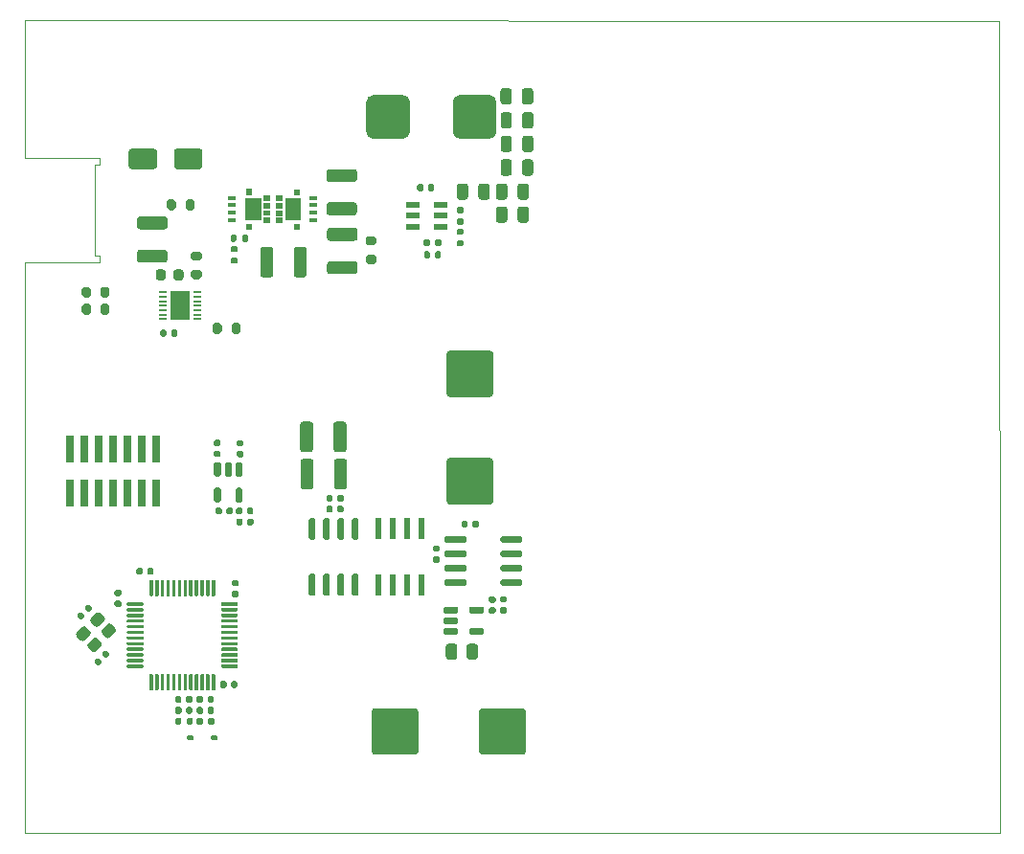
<source format=gtp>
G04 #@! TF.GenerationSoftware,KiCad,Pcbnew,9.0.1+1*
G04 #@! TF.CreationDate,2025-09-08T09:24:14+00:00*
G04 #@! TF.ProjectId,c64psu,63363470-7375-42e6-9b69-6361645f7063,rev?*
G04 #@! TF.SameCoordinates,Original*
G04 #@! TF.FileFunction,Paste,Top*
G04 #@! TF.FilePolarity,Positive*
%FSLAX46Y46*%
G04 Gerber Fmt 4.6, Leading zero omitted, Abs format (unit mm)*
G04 Created by KiCad (PCBNEW 9.0.1+1) date 2025-09-08 09:24:14*
%MOMM*%
%LPD*%
G01*
G04 APERTURE LIST*
G04 #@! TA.AperFunction,Profile*
%ADD10C,0.050000*%
G04 #@! TD*
%ADD11C,0.010000*%
%ADD12R,0.600000X1.970000*%
%ADD13R,0.800000X0.200000*%
%ADD14R,1.750000X2.650000*%
%ADD15R,0.700000X0.420000*%
%ADD16R,1.200000X0.600000*%
%ADD17R,0.740000X2.400000*%
G04 APERTURE END LIST*
D10*
X219224551Y-37033468D02*
X219250062Y-108900624D01*
X133100087Y-108875624D01*
X133075074Y-58400000D01*
X139675000Y-58400000D01*
X139675000Y-57800000D01*
X139250000Y-57800000D01*
X139250000Y-49750000D01*
X139700000Y-49750000D01*
X139700000Y-49150000D01*
X133075000Y-49150000D01*
X133075000Y-37008468D01*
X219224551Y-37033468D01*
D11*
X155805500Y-52917550D02*
X155255500Y-52917550D01*
X155255500Y-52497550D01*
X155805500Y-52497550D01*
X155805500Y-52917550D01*
G36*
X155805500Y-52917550D02*
G01*
X155255500Y-52917550D01*
X155255500Y-52497550D01*
X155805500Y-52497550D01*
X155805500Y-52917550D01*
G37*
X155805500Y-53147550D02*
X155805500Y-53567550D01*
X155255500Y-53567550D01*
X155255500Y-53147549D01*
X155805500Y-53147550D01*
G36*
X155805500Y-53147550D02*
G01*
X155805500Y-53567550D01*
X155255500Y-53567550D01*
X155255500Y-53147549D01*
X155805500Y-53147550D01*
G37*
X155805500Y-54217550D02*
X155255500Y-54217551D01*
X155255500Y-53797550D01*
X155805500Y-53797550D01*
X155805500Y-54217550D01*
G36*
X155805500Y-54217550D02*
G01*
X155255500Y-54217551D01*
X155255500Y-53797550D01*
X155805500Y-53797550D01*
X155805500Y-54217550D01*
G37*
X155805500Y-54867550D02*
X155255500Y-54867550D01*
X155255500Y-54447550D01*
X155805500Y-54447550D01*
X155805500Y-54867550D01*
G36*
X155805500Y-54867550D02*
G01*
X155255500Y-54867550D01*
X155255500Y-54447550D01*
X155805500Y-54447550D01*
X155805500Y-54867550D01*
G37*
X157305499Y-55432550D02*
X156905501Y-55432550D01*
X156905500Y-54982550D01*
X157305500Y-54982550D01*
X157305499Y-55432550D01*
G36*
X157305499Y-55432550D02*
G01*
X156905501Y-55432550D01*
X156905500Y-54982550D01*
X157305500Y-54982550D01*
X157305499Y-55432550D01*
G37*
X157305500Y-52382550D02*
X156905500Y-52382550D01*
X156905501Y-51932550D01*
X157305499Y-51932550D01*
X157305500Y-52382550D01*
G36*
X157305500Y-52382550D02*
G01*
X156905500Y-52382550D01*
X156905501Y-51932550D01*
X157305499Y-51932550D01*
X157305500Y-52382550D01*
G37*
X157426500Y-54601550D02*
X156084500Y-54601550D01*
X156084500Y-52763550D01*
X157426500Y-52763550D01*
X157426500Y-54601550D01*
G36*
X157426500Y-54601550D02*
G01*
X156084500Y-54601550D01*
X156084500Y-52763550D01*
X157426500Y-52763550D01*
X157426500Y-54601550D01*
G37*
X153886100Y-54591750D02*
X152544100Y-54591750D01*
X152544100Y-52753750D01*
X153886100Y-52753750D01*
X153886100Y-54591750D01*
G36*
X153886100Y-54591750D02*
G01*
X152544100Y-54591750D01*
X152544100Y-52753750D01*
X153886100Y-52753750D01*
X153886100Y-54591750D01*
G37*
X153065099Y-55422750D02*
X152665101Y-55422750D01*
X152665100Y-54972750D01*
X153065100Y-54972750D01*
X153065099Y-55422750D01*
G36*
X153065099Y-55422750D02*
G01*
X152665101Y-55422750D01*
X152665100Y-54972750D01*
X153065100Y-54972750D01*
X153065099Y-55422750D01*
G37*
X153065100Y-52372750D02*
X152665100Y-52372750D01*
X152665101Y-51922750D01*
X153065099Y-51922750D01*
X153065100Y-52372750D01*
G36*
X153065100Y-52372750D02*
G01*
X152665100Y-52372750D01*
X152665101Y-51922750D01*
X153065099Y-51922750D01*
X153065100Y-52372750D01*
G37*
X154715100Y-52907750D02*
X154165100Y-52907750D01*
X154165100Y-52487750D01*
X154715100Y-52487750D01*
X154715100Y-52907750D01*
G36*
X154715100Y-52907750D02*
G01*
X154165100Y-52907750D01*
X154165100Y-52487750D01*
X154715100Y-52487750D01*
X154715100Y-52907750D01*
G37*
X154715100Y-53557750D02*
X154165100Y-53557750D01*
X154165100Y-53137750D01*
X154715100Y-53137749D01*
X154715100Y-53557750D01*
G36*
X154715100Y-53557750D02*
G01*
X154165100Y-53557750D01*
X154165100Y-53137750D01*
X154715100Y-53137749D01*
X154715100Y-53557750D01*
G37*
X154715100Y-54207751D02*
X154165100Y-54207750D01*
X154165100Y-53787750D01*
X154715100Y-53787750D01*
X154715100Y-54207751D01*
G36*
X154715100Y-54207751D02*
G01*
X154165100Y-54207750D01*
X154165100Y-53787750D01*
X154715100Y-53787750D01*
X154715100Y-54207751D01*
G37*
X154715100Y-54857750D02*
X154165100Y-54857750D01*
X154165100Y-54437750D01*
X154715100Y-54437750D01*
X154715100Y-54857750D01*
G36*
X154715100Y-54857750D02*
G01*
X154165100Y-54857750D01*
X154165100Y-54437750D01*
X154715100Y-54437750D01*
X154715100Y-54857750D01*
G37*
D12*
X164355000Y-86915000D03*
X165625000Y-86915000D03*
X166895000Y-86915000D03*
X168165000Y-86915000D03*
X168165000Y-81965000D03*
X166895000Y-81965000D03*
X165625000Y-81965000D03*
X164355000Y-81965000D03*
G36*
G01*
X174732301Y-54655750D02*
X174732301Y-53705750D01*
G75*
G02*
X174982301Y-53455750I250000J0D01*
G01*
X175482301Y-53455750D01*
G75*
G02*
X175732301Y-53705750I0J-250000D01*
G01*
X175732301Y-54655750D01*
G75*
G02*
X175482301Y-54905750I-250000J0D01*
G01*
X174982301Y-54905750D01*
G75*
G02*
X174732301Y-54655750I0J250000D01*
G01*
G37*
G36*
G01*
X176632299Y-54655750D02*
X176632299Y-53705750D01*
G75*
G02*
X176882299Y-53455750I250000J0D01*
G01*
X177382299Y-53455750D01*
G75*
G02*
X177632299Y-53705750I0J-250000D01*
G01*
X177632299Y-54655750D01*
G75*
G02*
X177382299Y-54905750I-250000J0D01*
G01*
X176882299Y-54905750D01*
G75*
G02*
X176632299Y-54655750I0J250000D01*
G01*
G37*
G36*
G01*
X175138701Y-50490150D02*
X175138701Y-49540150D01*
G75*
G02*
X175388701Y-49290150I250000J0D01*
G01*
X175888701Y-49290150D01*
G75*
G02*
X176138701Y-49540150I0J-250000D01*
G01*
X176138701Y-50490150D01*
G75*
G02*
X175888701Y-50740150I-250000J0D01*
G01*
X175388701Y-50740150D01*
G75*
G02*
X175138701Y-50490150I0J250000D01*
G01*
G37*
G36*
G01*
X177038699Y-50490150D02*
X177038699Y-49540150D01*
G75*
G02*
X177288699Y-49290150I250000J0D01*
G01*
X177788699Y-49290150D01*
G75*
G02*
X178038699Y-49540150I0J-250000D01*
G01*
X178038699Y-50490150D01*
G75*
G02*
X177788699Y-50740150I-250000J0D01*
G01*
X177288699Y-50740150D01*
G75*
G02*
X177038699Y-50490150I0J250000D01*
G01*
G37*
G36*
G01*
X144665000Y-59766250D02*
X144665000Y-59253750D01*
G75*
G02*
X144883750Y-59035000I218750J0D01*
G01*
X145321250Y-59035000D01*
G75*
G02*
X145540000Y-59253750I0J-218750D01*
G01*
X145540000Y-59766250D01*
G75*
G02*
X145321250Y-59985000I-218750J0D01*
G01*
X144883750Y-59985000D01*
G75*
G02*
X144665000Y-59766250I0J218750D01*
G01*
G37*
G36*
G01*
X146240000Y-59766250D02*
X146240000Y-59253750D01*
G75*
G02*
X146458750Y-59035000I218750J0D01*
G01*
X146896250Y-59035000D01*
G75*
G02*
X147115000Y-59253750I0J-218750D01*
G01*
X147115000Y-59766250D01*
G75*
G02*
X146896250Y-59985000I-218750J0D01*
G01*
X146458750Y-59985000D01*
G75*
G02*
X146240000Y-59766250I0J218750D01*
G01*
G37*
G36*
G01*
X151454499Y-80227700D02*
X151454499Y-80567700D01*
G75*
G02*
X151314499Y-80707700I-140000J0D01*
G01*
X151034499Y-80707700D01*
G75*
G02*
X150894499Y-80567700I0J140000D01*
G01*
X150894499Y-80227700D01*
G75*
G02*
X151034499Y-80087700I140000J0D01*
G01*
X151314499Y-80087700D01*
G75*
G02*
X151454499Y-80227700I0J-140000D01*
G01*
G37*
G36*
G01*
X150494499Y-80227700D02*
X150494499Y-80567700D01*
G75*
G02*
X150354499Y-80707700I-140000J0D01*
G01*
X150074499Y-80707700D01*
G75*
G02*
X149934499Y-80567700I0J140000D01*
G01*
X149934499Y-80227700D01*
G75*
G02*
X150074499Y-80087700I140000J0D01*
G01*
X150354499Y-80087700D01*
G75*
G02*
X150494499Y-80227700I0J-140000D01*
G01*
G37*
D13*
X148317500Y-63436750D03*
X148317500Y-63036750D03*
X148317500Y-62636750D03*
X148317500Y-62236750D03*
X148317500Y-61836750D03*
X148317500Y-61436750D03*
X148317500Y-61036750D03*
X145317500Y-61036750D03*
X145317500Y-61436750D03*
X145317500Y-61836750D03*
X145317500Y-62236750D03*
X145317500Y-62636750D03*
X145317500Y-63036750D03*
X145317500Y-63436750D03*
D14*
X146817500Y-62236750D03*
G36*
G01*
X140577300Y-60763750D02*
X140577300Y-61313750D01*
G75*
G02*
X140377300Y-61513750I-200000J0D01*
G01*
X139977300Y-61513750D01*
G75*
G02*
X139777300Y-61313750I0J200000D01*
G01*
X139777300Y-60763750D01*
G75*
G02*
X139977300Y-60563750I200000J0D01*
G01*
X140377300Y-60563750D01*
G75*
G02*
X140577300Y-60763750I0J-200000D01*
G01*
G37*
G36*
G01*
X138927300Y-60763750D02*
X138927300Y-61313750D01*
G75*
G02*
X138727300Y-61513750I-200000J0D01*
G01*
X138327300Y-61513750D01*
G75*
G02*
X138127300Y-61313750I0J200000D01*
G01*
X138127300Y-60763750D01*
G75*
G02*
X138327300Y-60563750I200000J0D01*
G01*
X138727300Y-60563750D01*
G75*
G02*
X138927300Y-60763750I0J-200000D01*
G01*
G37*
G36*
G01*
X174240000Y-87950000D02*
X174580000Y-87950000D01*
G75*
G02*
X174720000Y-88090000I0J-140000D01*
G01*
X174720000Y-88370000D01*
G75*
G02*
X174580000Y-88510000I-140000J0D01*
G01*
X174240000Y-88510000D01*
G75*
G02*
X174100000Y-88370000I0J140000D01*
G01*
X174100000Y-88090000D01*
G75*
G02*
X174240000Y-87950000I140000J0D01*
G01*
G37*
G36*
G01*
X174240000Y-88910000D02*
X174580000Y-88910000D01*
G75*
G02*
X174720000Y-89050000I0J-140000D01*
G01*
X174720000Y-89330000D01*
G75*
G02*
X174580000Y-89470000I-140000J0D01*
G01*
X174240000Y-89470000D01*
G75*
G02*
X174100000Y-89330000I0J140000D01*
G01*
X174100000Y-89050000D01*
G75*
G02*
X174240000Y-88910000I140000J0D01*
G01*
G37*
G36*
G01*
X175123500Y-44190950D02*
X175123500Y-43240950D01*
G75*
G02*
X175373500Y-42990950I250000J0D01*
G01*
X175873500Y-42990950D01*
G75*
G02*
X176123500Y-43240950I0J-250000D01*
G01*
X176123500Y-44190950D01*
G75*
G02*
X175873500Y-44440950I-250000J0D01*
G01*
X175373500Y-44440950D01*
G75*
G02*
X175123500Y-44190950I0J250000D01*
G01*
G37*
G36*
G01*
X177023498Y-44190950D02*
X177023498Y-43240950D01*
G75*
G02*
X177273498Y-42990950I250000J0D01*
G01*
X177773498Y-42990950D01*
G75*
G02*
X178023498Y-43240950I0J-250000D01*
G01*
X178023498Y-44190950D01*
G75*
G02*
X177773498Y-44440950I-250000J0D01*
G01*
X177273498Y-44440950D01*
G75*
G02*
X177023498Y-44190950I0J250000D01*
G01*
G37*
G36*
G01*
X151410100Y-56958750D02*
X151780100Y-56958750D01*
G75*
G02*
X151915100Y-57093750I0J-135000D01*
G01*
X151915100Y-57363750D01*
G75*
G02*
X151780100Y-57498750I-135000J0D01*
G01*
X151410100Y-57498750D01*
G75*
G02*
X151275100Y-57363750I0J135000D01*
G01*
X151275100Y-57093750D01*
G75*
G02*
X151410100Y-56958750I135000J0D01*
G01*
G37*
G36*
G01*
X151410100Y-57978748D02*
X151780100Y-57978748D01*
G75*
G02*
X151915100Y-58113748I0J-135000D01*
G01*
X151915100Y-58383748D01*
G75*
G02*
X151780100Y-58518748I-135000J0D01*
G01*
X151410100Y-58518748D01*
G75*
G02*
X151275100Y-58383748I0J135000D01*
G01*
X151275100Y-58113748D01*
G75*
G02*
X151410100Y-57978748I135000J0D01*
G01*
G37*
G36*
G01*
X148282200Y-98197000D02*
X148282200Y-97857000D01*
G75*
G02*
X148422200Y-97717000I140000J0D01*
G01*
X148702200Y-97717000D01*
G75*
G02*
X148842200Y-97857000I0J-140000D01*
G01*
X148842200Y-98197000D01*
G75*
G02*
X148702200Y-98337000I-140000J0D01*
G01*
X148422200Y-98337000D01*
G75*
G02*
X148282200Y-98197000I0J140000D01*
G01*
G37*
G36*
G01*
X149242200Y-98197000D02*
X149242200Y-97857000D01*
G75*
G02*
X149382200Y-97717000I140000J0D01*
G01*
X149662200Y-97717000D01*
G75*
G02*
X149802200Y-97857000I0J-140000D01*
G01*
X149802200Y-98197000D01*
G75*
G02*
X149662200Y-98337000I-140000J0D01*
G01*
X149382200Y-98337000D01*
G75*
G02*
X149242200Y-98197000I0J140000D01*
G01*
G37*
G36*
G01*
X171374500Y-53504350D02*
X171744500Y-53504350D01*
G75*
G02*
X171879500Y-53639350I0J-135000D01*
G01*
X171879500Y-53909350D01*
G75*
G02*
X171744500Y-54044350I-135000J0D01*
G01*
X171374500Y-54044350D01*
G75*
G02*
X171239500Y-53909350I0J135000D01*
G01*
X171239500Y-53639350D01*
G75*
G02*
X171374500Y-53504350I135000J0D01*
G01*
G37*
G36*
G01*
X171374500Y-54524348D02*
X171744500Y-54524348D01*
G75*
G02*
X171879500Y-54659348I0J-135000D01*
G01*
X171879500Y-54929348D01*
G75*
G02*
X171744500Y-55064348I-135000J0D01*
G01*
X171374500Y-55064348D01*
G75*
G02*
X171239500Y-54929348I0J135000D01*
G01*
X171239500Y-54659348D01*
G75*
G02*
X171374500Y-54524348I135000J0D01*
G01*
G37*
G36*
G01*
X137957007Y-89997809D02*
X137716591Y-89757393D01*
G75*
G02*
X137716591Y-89559403I98995J98995D01*
G01*
X137914581Y-89361413D01*
G75*
G02*
X138112571Y-89361413I98995J-98995D01*
G01*
X138352987Y-89601829D01*
G75*
G02*
X138352987Y-89799819I-98995J-98995D01*
G01*
X138154997Y-89997809D01*
G75*
G02*
X137957007Y-89997809I-98995J98995D01*
G01*
G37*
G36*
G01*
X138635829Y-89318987D02*
X138395413Y-89078571D01*
G75*
G02*
X138395413Y-88880581I98995J98995D01*
G01*
X138593403Y-88682591D01*
G75*
G02*
X138791393Y-88682591I98995J-98995D01*
G01*
X139031809Y-88923007D01*
G75*
G02*
X139031809Y-89120997I-98995J-98995D01*
G01*
X138833819Y-89318987D01*
G75*
G02*
X138635829Y-89318987I-98995J98995D01*
G01*
G37*
G36*
G01*
X145645700Y-53592150D02*
X145645700Y-53042150D01*
G75*
G02*
X145845700Y-52842150I200000J0D01*
G01*
X146245700Y-52842150D01*
G75*
G02*
X146445700Y-53042150I0J-200000D01*
G01*
X146445700Y-53592150D01*
G75*
G02*
X146245700Y-53792150I-200000J0D01*
G01*
X145845700Y-53792150D01*
G75*
G02*
X145645700Y-53592150I0J200000D01*
G01*
G37*
G36*
G01*
X147295700Y-53592150D02*
X147295700Y-53042150D01*
G75*
G02*
X147495700Y-52842150I200000J0D01*
G01*
X147895700Y-52842150D01*
G75*
G02*
X148095700Y-53042150I0J-200000D01*
G01*
X148095700Y-53592150D01*
G75*
G02*
X147895700Y-53792150I-200000J0D01*
G01*
X147495700Y-53792150D01*
G75*
G02*
X147295700Y-53592150I0J200000D01*
G01*
G37*
G36*
G01*
X171374500Y-55432751D02*
X171744500Y-55432751D01*
G75*
G02*
X171879500Y-55567751I0J-135000D01*
G01*
X171879500Y-55837751D01*
G75*
G02*
X171744500Y-55972751I-135000J0D01*
G01*
X171374500Y-55972751D01*
G75*
G02*
X171239500Y-55837751I0J135000D01*
G01*
X171239500Y-55567751D01*
G75*
G02*
X171374500Y-55432751I135000J0D01*
G01*
G37*
G36*
G01*
X171374500Y-56452749D02*
X171744500Y-56452749D01*
G75*
G02*
X171879500Y-56587749I0J-135000D01*
G01*
X171879500Y-56857749D01*
G75*
G02*
X171744500Y-56992749I-135000J0D01*
G01*
X171374500Y-56992749D01*
G75*
G02*
X171239500Y-56857749I0J135000D01*
G01*
X171239500Y-56587749D01*
G75*
G02*
X171374500Y-56452749I135000J0D01*
G01*
G37*
G36*
G01*
X142281098Y-49903150D02*
X142281098Y-48603150D01*
G75*
G02*
X142531098Y-48353150I250000J0D01*
G01*
X144531098Y-48353150D01*
G75*
G02*
X144781098Y-48603150I0J-250000D01*
G01*
X144781098Y-49903150D01*
G75*
G02*
X144531098Y-50153150I-250000J0D01*
G01*
X142531098Y-50153150D01*
G75*
G02*
X142281098Y-49903150I0J250000D01*
G01*
G37*
G36*
G01*
X146281100Y-49903150D02*
X146281100Y-48603150D01*
G75*
G02*
X146531100Y-48353150I250000J0D01*
G01*
X148531100Y-48353150D01*
G75*
G02*
X148781100Y-48603150I0J-250000D01*
G01*
X148781100Y-49903150D01*
G75*
G02*
X148531100Y-50153150I-250000J0D01*
G01*
X146531100Y-50153150D01*
G75*
G02*
X146281100Y-49903150I0J250000D01*
G01*
G37*
G36*
G01*
X150254899Y-75620500D02*
X149914899Y-75620500D01*
G75*
G02*
X149774899Y-75480500I0J140000D01*
G01*
X149774899Y-75200500D01*
G75*
G02*
X149914899Y-75060500I140000J0D01*
G01*
X150254899Y-75060500D01*
G75*
G02*
X150394899Y-75200500I0J-140000D01*
G01*
X150394899Y-75480500D01*
G75*
G02*
X150254899Y-75620500I-140000J0D01*
G01*
G37*
G36*
G01*
X150254899Y-74660500D02*
X149914899Y-74660500D01*
G75*
G02*
X149774899Y-74520500I0J140000D01*
G01*
X149774899Y-74240500D01*
G75*
G02*
X149914899Y-74100500I140000J0D01*
G01*
X150254899Y-74100500D01*
G75*
G02*
X150394899Y-74240500I0J-140000D01*
G01*
X150394899Y-74520500D01*
G75*
G02*
X150254899Y-74660500I-140000J0D01*
G01*
G37*
D15*
X158605500Y-54657550D03*
X158605500Y-54007550D03*
X158605500Y-53357550D03*
X158605500Y-52707550D03*
G36*
G01*
X161520001Y-72740000D02*
X161520001Y-74940000D01*
G75*
G02*
X161270001Y-75190000I-250000J0D01*
G01*
X160620001Y-75190000D01*
G75*
G02*
X160370001Y-74940000I0J250000D01*
G01*
X160370001Y-72740000D01*
G75*
G02*
X160620001Y-72490000I250000J0D01*
G01*
X161270001Y-72490000D01*
G75*
G02*
X161520001Y-72740000I0J-250000D01*
G01*
G37*
G36*
G01*
X158569999Y-72740000D02*
X158569999Y-74940000D01*
G75*
G02*
X158319999Y-75190000I-250000J0D01*
G01*
X157669999Y-75190000D01*
G75*
G02*
X157419999Y-74940000I0J250000D01*
G01*
X157419999Y-72740000D01*
G75*
G02*
X157669999Y-72490000I250000J0D01*
G01*
X158319999Y-72490000D01*
G75*
G02*
X158569999Y-72740000I0J-250000D01*
G01*
G37*
G36*
G01*
X174177899Y-51673750D02*
X174177899Y-52623750D01*
G75*
G02*
X173927899Y-52873750I-250000J0D01*
G01*
X173427899Y-52873750D01*
G75*
G02*
X173177899Y-52623750I0J250000D01*
G01*
X173177899Y-51673750D01*
G75*
G02*
X173427899Y-51423750I250000J0D01*
G01*
X173927899Y-51423750D01*
G75*
G02*
X174177899Y-51673750I0J-250000D01*
G01*
G37*
G36*
G01*
X172277901Y-51673750D02*
X172277901Y-52623750D01*
G75*
G02*
X172027901Y-52873750I-250000J0D01*
G01*
X171527901Y-52873750D01*
G75*
G02*
X171277901Y-52623750I0J250000D01*
G01*
X171277901Y-51673750D01*
G75*
G02*
X171527901Y-51423750I250000J0D01*
G01*
X172027901Y-51423750D01*
G75*
G02*
X172277901Y-51673750I0J-250000D01*
G01*
G37*
G36*
G01*
X158640000Y-87895000D02*
X158340000Y-87895000D01*
G75*
G02*
X158190000Y-87745000I0J150000D01*
G01*
X158190000Y-86095000D01*
G75*
G02*
X158340000Y-85945000I150000J0D01*
G01*
X158640000Y-85945000D01*
G75*
G02*
X158790000Y-86095000I0J-150000D01*
G01*
X158790000Y-87745000D01*
G75*
G02*
X158640000Y-87895000I-150000J0D01*
G01*
G37*
G36*
G01*
X159910000Y-87895000D02*
X159610000Y-87895000D01*
G75*
G02*
X159460000Y-87745000I0J150000D01*
G01*
X159460000Y-86095000D01*
G75*
G02*
X159610000Y-85945000I150000J0D01*
G01*
X159910000Y-85945000D01*
G75*
G02*
X160060000Y-86095000I0J-150000D01*
G01*
X160060000Y-87745000D01*
G75*
G02*
X159910000Y-87895000I-150000J0D01*
G01*
G37*
G36*
G01*
X161180000Y-87895000D02*
X160880000Y-87895000D01*
G75*
G02*
X160730000Y-87745000I0J150000D01*
G01*
X160730000Y-86095000D01*
G75*
G02*
X160880000Y-85945000I150000J0D01*
G01*
X161180000Y-85945000D01*
G75*
G02*
X161330000Y-86095000I0J-150000D01*
G01*
X161330000Y-87745000D01*
G75*
G02*
X161180000Y-87895000I-150000J0D01*
G01*
G37*
G36*
G01*
X162450000Y-87895000D02*
X162150000Y-87895000D01*
G75*
G02*
X162000000Y-87745000I0J150000D01*
G01*
X162000000Y-86095000D01*
G75*
G02*
X162150000Y-85945000I150000J0D01*
G01*
X162450000Y-85945000D01*
G75*
G02*
X162600000Y-86095000I0J-150000D01*
G01*
X162600000Y-87745000D01*
G75*
G02*
X162450000Y-87895000I-150000J0D01*
G01*
G37*
G36*
G01*
X162450000Y-82945000D02*
X162150000Y-82945000D01*
G75*
G02*
X162000000Y-82795000I0J150000D01*
G01*
X162000000Y-81145000D01*
G75*
G02*
X162150000Y-80995000I150000J0D01*
G01*
X162450000Y-80995000D01*
G75*
G02*
X162600000Y-81145000I0J-150000D01*
G01*
X162600000Y-82795000D01*
G75*
G02*
X162450000Y-82945000I-150000J0D01*
G01*
G37*
G36*
G01*
X161180000Y-82945000D02*
X160880000Y-82945000D01*
G75*
G02*
X160730000Y-82795000I0J150000D01*
G01*
X160730000Y-81145000D01*
G75*
G02*
X160880000Y-80995000I150000J0D01*
G01*
X161180000Y-80995000D01*
G75*
G02*
X161330000Y-81145000I0J-150000D01*
G01*
X161330000Y-82795000D01*
G75*
G02*
X161180000Y-82945000I-150000J0D01*
G01*
G37*
G36*
G01*
X159910000Y-82945000D02*
X159610000Y-82945000D01*
G75*
G02*
X159460000Y-82795000I0J150000D01*
G01*
X159460000Y-81145000D01*
G75*
G02*
X159610000Y-80995000I150000J0D01*
G01*
X159910000Y-80995000D01*
G75*
G02*
X160060000Y-81145000I0J-150000D01*
G01*
X160060000Y-82795000D01*
G75*
G02*
X159910000Y-82945000I-150000J0D01*
G01*
G37*
G36*
G01*
X158640000Y-82945000D02*
X158340000Y-82945000D01*
G75*
G02*
X158190000Y-82795000I0J150000D01*
G01*
X158190000Y-81145000D01*
G75*
G02*
X158340000Y-80995000I150000J0D01*
G01*
X158640000Y-80995000D01*
G75*
G02*
X158790000Y-81145000I0J-150000D01*
G01*
X158790000Y-82795000D01*
G75*
G02*
X158640000Y-82945000I-150000J0D01*
G01*
G37*
G36*
G01*
X152286899Y-75643300D02*
X151946899Y-75643300D01*
G75*
G02*
X151806899Y-75503300I0J140000D01*
G01*
X151806899Y-75223300D01*
G75*
G02*
X151946899Y-75083300I140000J0D01*
G01*
X152286899Y-75083300D01*
G75*
G02*
X152426899Y-75223300I0J-140000D01*
G01*
X152426899Y-75503300D01*
G75*
G02*
X152286899Y-75643300I-140000J0D01*
G01*
G37*
G36*
G01*
X152286899Y-74683300D02*
X151946899Y-74683300D01*
G75*
G02*
X151806899Y-74543300I0J140000D01*
G01*
X151806899Y-74263300D01*
G75*
G02*
X151946899Y-74123300I140000J0D01*
G01*
X152286899Y-74123300D01*
G75*
G02*
X152426899Y-74263300I0J-140000D01*
G01*
X152426899Y-74543300D01*
G75*
G02*
X152286899Y-74683300I-140000J0D01*
G01*
G37*
G36*
G01*
X147899800Y-97857000D02*
X147899800Y-98197000D01*
G75*
G02*
X147759800Y-98337000I-140000J0D01*
G01*
X147479800Y-98337000D01*
G75*
G02*
X147339800Y-98197000I0J140000D01*
G01*
X147339800Y-97857000D01*
G75*
G02*
X147479800Y-97717000I140000J0D01*
G01*
X147759800Y-97717000D01*
G75*
G02*
X147899800Y-97857000I0J-140000D01*
G01*
G37*
G36*
G01*
X146939800Y-97857000D02*
X146939800Y-98197000D01*
G75*
G02*
X146799800Y-98337000I-140000J0D01*
G01*
X146519800Y-98337000D01*
G75*
G02*
X146379800Y-98197000I0J140000D01*
G01*
X146379800Y-97857000D01*
G75*
G02*
X146519800Y-97717000I140000J0D01*
G01*
X146799800Y-97717000D01*
G75*
G02*
X146939800Y-97857000I0J-140000D01*
G01*
G37*
G36*
G01*
X149822199Y-98807200D02*
X149822199Y-99177200D01*
G75*
G02*
X149687199Y-99312200I-135000J0D01*
G01*
X149417199Y-99312200D01*
G75*
G02*
X149282199Y-99177200I0J135000D01*
G01*
X149282199Y-98807200D01*
G75*
G02*
X149417199Y-98672200I135000J0D01*
G01*
X149687199Y-98672200D01*
G75*
G02*
X149822199Y-98807200I0J-135000D01*
G01*
G37*
G36*
G01*
X148802201Y-98807200D02*
X148802201Y-99177200D01*
G75*
G02*
X148667201Y-99312200I-135000J0D01*
G01*
X148397201Y-99312200D01*
G75*
G02*
X148262201Y-99177200I0J135000D01*
G01*
X148262201Y-98807200D01*
G75*
G02*
X148397201Y-98672200I135000J0D01*
G01*
X148667201Y-98672200D01*
G75*
G02*
X148802201Y-98807200I0J-135000D01*
G01*
G37*
G36*
G01*
X142110200Y-88697200D02*
X142110200Y-88547200D01*
G75*
G02*
X142185200Y-88472200I75000J0D01*
G01*
X143510200Y-88472200D01*
G75*
G02*
X143585200Y-88547200I0J-75000D01*
G01*
X143585200Y-88697200D01*
G75*
G02*
X143510200Y-88772200I-75000J0D01*
G01*
X142185200Y-88772200D01*
G75*
G02*
X142110200Y-88697200I0J75000D01*
G01*
G37*
G36*
G01*
X142110200Y-89197200D02*
X142110200Y-89047200D01*
G75*
G02*
X142185200Y-88972200I75000J0D01*
G01*
X143510200Y-88972200D01*
G75*
G02*
X143585200Y-89047200I0J-75000D01*
G01*
X143585200Y-89197200D01*
G75*
G02*
X143510200Y-89272200I-75000J0D01*
G01*
X142185200Y-89272200D01*
G75*
G02*
X142110200Y-89197200I0J75000D01*
G01*
G37*
G36*
G01*
X142110200Y-89697200D02*
X142110200Y-89547200D01*
G75*
G02*
X142185200Y-89472200I75000J0D01*
G01*
X143510200Y-89472200D01*
G75*
G02*
X143585200Y-89547200I0J-75000D01*
G01*
X143585200Y-89697200D01*
G75*
G02*
X143510200Y-89772200I-75000J0D01*
G01*
X142185200Y-89772200D01*
G75*
G02*
X142110200Y-89697200I0J75000D01*
G01*
G37*
G36*
G01*
X142110200Y-90197200D02*
X142110200Y-90047200D01*
G75*
G02*
X142185200Y-89972200I75000J0D01*
G01*
X143510200Y-89972200D01*
G75*
G02*
X143585200Y-90047200I0J-75000D01*
G01*
X143585200Y-90197200D01*
G75*
G02*
X143510200Y-90272200I-75000J0D01*
G01*
X142185200Y-90272200D01*
G75*
G02*
X142110200Y-90197200I0J75000D01*
G01*
G37*
G36*
G01*
X142110200Y-90697200D02*
X142110200Y-90547200D01*
G75*
G02*
X142185200Y-90472200I75000J0D01*
G01*
X143510200Y-90472200D01*
G75*
G02*
X143585200Y-90547200I0J-75000D01*
G01*
X143585200Y-90697200D01*
G75*
G02*
X143510200Y-90772200I-75000J0D01*
G01*
X142185200Y-90772200D01*
G75*
G02*
X142110200Y-90697200I0J75000D01*
G01*
G37*
G36*
G01*
X142110200Y-91197200D02*
X142110200Y-91047200D01*
G75*
G02*
X142185200Y-90972200I75000J0D01*
G01*
X143510200Y-90972200D01*
G75*
G02*
X143585200Y-91047200I0J-75000D01*
G01*
X143585200Y-91197200D01*
G75*
G02*
X143510200Y-91272200I-75000J0D01*
G01*
X142185200Y-91272200D01*
G75*
G02*
X142110200Y-91197200I0J75000D01*
G01*
G37*
G36*
G01*
X142110200Y-91697200D02*
X142110200Y-91547200D01*
G75*
G02*
X142185200Y-91472200I75000J0D01*
G01*
X143510200Y-91472200D01*
G75*
G02*
X143585200Y-91547200I0J-75000D01*
G01*
X143585200Y-91697200D01*
G75*
G02*
X143510200Y-91772200I-75000J0D01*
G01*
X142185200Y-91772200D01*
G75*
G02*
X142110200Y-91697200I0J75000D01*
G01*
G37*
G36*
G01*
X142110200Y-92197200D02*
X142110200Y-92047200D01*
G75*
G02*
X142185200Y-91972200I75000J0D01*
G01*
X143510200Y-91972200D01*
G75*
G02*
X143585200Y-92047200I0J-75000D01*
G01*
X143585200Y-92197200D01*
G75*
G02*
X143510200Y-92272200I-75000J0D01*
G01*
X142185200Y-92272200D01*
G75*
G02*
X142110200Y-92197200I0J75000D01*
G01*
G37*
G36*
G01*
X142110200Y-92697200D02*
X142110200Y-92547200D01*
G75*
G02*
X142185200Y-92472200I75000J0D01*
G01*
X143510200Y-92472200D01*
G75*
G02*
X143585200Y-92547200I0J-75000D01*
G01*
X143585200Y-92697200D01*
G75*
G02*
X143510200Y-92772200I-75000J0D01*
G01*
X142185200Y-92772200D01*
G75*
G02*
X142110200Y-92697200I0J75000D01*
G01*
G37*
G36*
G01*
X142110200Y-93197200D02*
X142110200Y-93047200D01*
G75*
G02*
X142185200Y-92972200I75000J0D01*
G01*
X143510200Y-92972200D01*
G75*
G02*
X143585200Y-93047200I0J-75000D01*
G01*
X143585200Y-93197200D01*
G75*
G02*
X143510200Y-93272200I-75000J0D01*
G01*
X142185200Y-93272200D01*
G75*
G02*
X142110200Y-93197200I0J75000D01*
G01*
G37*
G36*
G01*
X142110200Y-93697200D02*
X142110200Y-93547200D01*
G75*
G02*
X142185200Y-93472200I75000J0D01*
G01*
X143510200Y-93472200D01*
G75*
G02*
X143585200Y-93547200I0J-75000D01*
G01*
X143585200Y-93697200D01*
G75*
G02*
X143510200Y-93772200I-75000J0D01*
G01*
X142185200Y-93772200D01*
G75*
G02*
X142110200Y-93697200I0J75000D01*
G01*
G37*
G36*
G01*
X142110200Y-94197200D02*
X142110200Y-94047200D01*
G75*
G02*
X142185200Y-93972200I75000J0D01*
G01*
X143510200Y-93972200D01*
G75*
G02*
X143585200Y-94047200I0J-75000D01*
G01*
X143585200Y-94197200D01*
G75*
G02*
X143510200Y-94272200I-75000J0D01*
G01*
X142185200Y-94272200D01*
G75*
G02*
X142110200Y-94197200I0J75000D01*
G01*
G37*
G36*
G01*
X144110200Y-96197200D02*
X144110200Y-94872200D01*
G75*
G02*
X144185200Y-94797200I75000J0D01*
G01*
X144335200Y-94797200D01*
G75*
G02*
X144410200Y-94872200I0J-75000D01*
G01*
X144410200Y-96197200D01*
G75*
G02*
X144335200Y-96272200I-75000J0D01*
G01*
X144185200Y-96272200D01*
G75*
G02*
X144110200Y-96197200I0J75000D01*
G01*
G37*
G36*
G01*
X144610200Y-96197200D02*
X144610200Y-94872200D01*
G75*
G02*
X144685200Y-94797200I75000J0D01*
G01*
X144835200Y-94797200D01*
G75*
G02*
X144910200Y-94872200I0J-75000D01*
G01*
X144910200Y-96197200D01*
G75*
G02*
X144835200Y-96272200I-75000J0D01*
G01*
X144685200Y-96272200D01*
G75*
G02*
X144610200Y-96197200I0J75000D01*
G01*
G37*
G36*
G01*
X145110200Y-96197200D02*
X145110200Y-94872200D01*
G75*
G02*
X145185200Y-94797200I75000J0D01*
G01*
X145335200Y-94797200D01*
G75*
G02*
X145410200Y-94872200I0J-75000D01*
G01*
X145410200Y-96197200D01*
G75*
G02*
X145335200Y-96272200I-75000J0D01*
G01*
X145185200Y-96272200D01*
G75*
G02*
X145110200Y-96197200I0J75000D01*
G01*
G37*
G36*
G01*
X145610200Y-96197200D02*
X145610200Y-94872200D01*
G75*
G02*
X145685200Y-94797200I75000J0D01*
G01*
X145835200Y-94797200D01*
G75*
G02*
X145910200Y-94872200I0J-75000D01*
G01*
X145910200Y-96197200D01*
G75*
G02*
X145835200Y-96272200I-75000J0D01*
G01*
X145685200Y-96272200D01*
G75*
G02*
X145610200Y-96197200I0J75000D01*
G01*
G37*
G36*
G01*
X146110200Y-96197200D02*
X146110200Y-94872200D01*
G75*
G02*
X146185200Y-94797200I75000J0D01*
G01*
X146335200Y-94797200D01*
G75*
G02*
X146410200Y-94872200I0J-75000D01*
G01*
X146410200Y-96197200D01*
G75*
G02*
X146335200Y-96272200I-75000J0D01*
G01*
X146185200Y-96272200D01*
G75*
G02*
X146110200Y-96197200I0J75000D01*
G01*
G37*
G36*
G01*
X146610200Y-96197200D02*
X146610200Y-94872200D01*
G75*
G02*
X146685200Y-94797200I75000J0D01*
G01*
X146835200Y-94797200D01*
G75*
G02*
X146910200Y-94872200I0J-75000D01*
G01*
X146910200Y-96197200D01*
G75*
G02*
X146835200Y-96272200I-75000J0D01*
G01*
X146685200Y-96272200D01*
G75*
G02*
X146610200Y-96197200I0J75000D01*
G01*
G37*
G36*
G01*
X147110200Y-96197200D02*
X147110200Y-94872200D01*
G75*
G02*
X147185200Y-94797200I75000J0D01*
G01*
X147335200Y-94797200D01*
G75*
G02*
X147410200Y-94872200I0J-75000D01*
G01*
X147410200Y-96197200D01*
G75*
G02*
X147335200Y-96272200I-75000J0D01*
G01*
X147185200Y-96272200D01*
G75*
G02*
X147110200Y-96197200I0J75000D01*
G01*
G37*
G36*
G01*
X147610200Y-96197200D02*
X147610200Y-94872200D01*
G75*
G02*
X147685200Y-94797200I75000J0D01*
G01*
X147835200Y-94797200D01*
G75*
G02*
X147910200Y-94872200I0J-75000D01*
G01*
X147910200Y-96197200D01*
G75*
G02*
X147835200Y-96272200I-75000J0D01*
G01*
X147685200Y-96272200D01*
G75*
G02*
X147610200Y-96197200I0J75000D01*
G01*
G37*
G36*
G01*
X148110200Y-96197200D02*
X148110200Y-94872200D01*
G75*
G02*
X148185200Y-94797200I75000J0D01*
G01*
X148335200Y-94797200D01*
G75*
G02*
X148410200Y-94872200I0J-75000D01*
G01*
X148410200Y-96197200D01*
G75*
G02*
X148335200Y-96272200I-75000J0D01*
G01*
X148185200Y-96272200D01*
G75*
G02*
X148110200Y-96197200I0J75000D01*
G01*
G37*
G36*
G01*
X148610200Y-96197200D02*
X148610200Y-94872200D01*
G75*
G02*
X148685200Y-94797200I75000J0D01*
G01*
X148835200Y-94797200D01*
G75*
G02*
X148910200Y-94872200I0J-75000D01*
G01*
X148910200Y-96197200D01*
G75*
G02*
X148835200Y-96272200I-75000J0D01*
G01*
X148685200Y-96272200D01*
G75*
G02*
X148610200Y-96197200I0J75000D01*
G01*
G37*
G36*
G01*
X149110200Y-96197200D02*
X149110200Y-94872200D01*
G75*
G02*
X149185200Y-94797200I75000J0D01*
G01*
X149335200Y-94797200D01*
G75*
G02*
X149410200Y-94872200I0J-75000D01*
G01*
X149410200Y-96197200D01*
G75*
G02*
X149335200Y-96272200I-75000J0D01*
G01*
X149185200Y-96272200D01*
G75*
G02*
X149110200Y-96197200I0J75000D01*
G01*
G37*
G36*
G01*
X149610200Y-96197200D02*
X149610200Y-94872200D01*
G75*
G02*
X149685200Y-94797200I75000J0D01*
G01*
X149835200Y-94797200D01*
G75*
G02*
X149910200Y-94872200I0J-75000D01*
G01*
X149910200Y-96197200D01*
G75*
G02*
X149835200Y-96272200I-75000J0D01*
G01*
X149685200Y-96272200D01*
G75*
G02*
X149610200Y-96197200I0J75000D01*
G01*
G37*
G36*
G01*
X150435200Y-94197200D02*
X150435200Y-94047200D01*
G75*
G02*
X150510200Y-93972200I75000J0D01*
G01*
X151835200Y-93972200D01*
G75*
G02*
X151910200Y-94047200I0J-75000D01*
G01*
X151910200Y-94197200D01*
G75*
G02*
X151835200Y-94272200I-75000J0D01*
G01*
X150510200Y-94272200D01*
G75*
G02*
X150435200Y-94197200I0J75000D01*
G01*
G37*
G36*
G01*
X150435200Y-93697200D02*
X150435200Y-93547200D01*
G75*
G02*
X150510200Y-93472200I75000J0D01*
G01*
X151835200Y-93472200D01*
G75*
G02*
X151910200Y-93547200I0J-75000D01*
G01*
X151910200Y-93697200D01*
G75*
G02*
X151835200Y-93772200I-75000J0D01*
G01*
X150510200Y-93772200D01*
G75*
G02*
X150435200Y-93697200I0J75000D01*
G01*
G37*
G36*
G01*
X150435200Y-93197200D02*
X150435200Y-93047200D01*
G75*
G02*
X150510200Y-92972200I75000J0D01*
G01*
X151835200Y-92972200D01*
G75*
G02*
X151910200Y-93047200I0J-75000D01*
G01*
X151910200Y-93197200D01*
G75*
G02*
X151835200Y-93272200I-75000J0D01*
G01*
X150510200Y-93272200D01*
G75*
G02*
X150435200Y-93197200I0J75000D01*
G01*
G37*
G36*
G01*
X150435200Y-92697200D02*
X150435200Y-92547200D01*
G75*
G02*
X150510200Y-92472200I75000J0D01*
G01*
X151835200Y-92472200D01*
G75*
G02*
X151910200Y-92547200I0J-75000D01*
G01*
X151910200Y-92697200D01*
G75*
G02*
X151835200Y-92772200I-75000J0D01*
G01*
X150510200Y-92772200D01*
G75*
G02*
X150435200Y-92697200I0J75000D01*
G01*
G37*
G36*
G01*
X150435200Y-92197200D02*
X150435200Y-92047200D01*
G75*
G02*
X150510200Y-91972200I75000J0D01*
G01*
X151835200Y-91972200D01*
G75*
G02*
X151910200Y-92047200I0J-75000D01*
G01*
X151910200Y-92197200D01*
G75*
G02*
X151835200Y-92272200I-75000J0D01*
G01*
X150510200Y-92272200D01*
G75*
G02*
X150435200Y-92197200I0J75000D01*
G01*
G37*
G36*
G01*
X150435200Y-91697200D02*
X150435200Y-91547200D01*
G75*
G02*
X150510200Y-91472200I75000J0D01*
G01*
X151835200Y-91472200D01*
G75*
G02*
X151910200Y-91547200I0J-75000D01*
G01*
X151910200Y-91697200D01*
G75*
G02*
X151835200Y-91772200I-75000J0D01*
G01*
X150510200Y-91772200D01*
G75*
G02*
X150435200Y-91697200I0J75000D01*
G01*
G37*
G36*
G01*
X150435200Y-91197200D02*
X150435200Y-91047200D01*
G75*
G02*
X150510200Y-90972200I75000J0D01*
G01*
X151835200Y-90972200D01*
G75*
G02*
X151910200Y-91047200I0J-75000D01*
G01*
X151910200Y-91197200D01*
G75*
G02*
X151835200Y-91272200I-75000J0D01*
G01*
X150510200Y-91272200D01*
G75*
G02*
X150435200Y-91197200I0J75000D01*
G01*
G37*
G36*
G01*
X150435200Y-90697200D02*
X150435200Y-90547200D01*
G75*
G02*
X150510200Y-90472200I75000J0D01*
G01*
X151835200Y-90472200D01*
G75*
G02*
X151910200Y-90547200I0J-75000D01*
G01*
X151910200Y-90697200D01*
G75*
G02*
X151835200Y-90772200I-75000J0D01*
G01*
X150510200Y-90772200D01*
G75*
G02*
X150435200Y-90697200I0J75000D01*
G01*
G37*
G36*
G01*
X150435200Y-90197200D02*
X150435200Y-90047200D01*
G75*
G02*
X150510200Y-89972200I75000J0D01*
G01*
X151835200Y-89972200D01*
G75*
G02*
X151910200Y-90047200I0J-75000D01*
G01*
X151910200Y-90197200D01*
G75*
G02*
X151835200Y-90272200I-75000J0D01*
G01*
X150510200Y-90272200D01*
G75*
G02*
X150435200Y-90197200I0J75000D01*
G01*
G37*
G36*
G01*
X150435200Y-89697200D02*
X150435200Y-89547200D01*
G75*
G02*
X150510200Y-89472200I75000J0D01*
G01*
X151835200Y-89472200D01*
G75*
G02*
X151910200Y-89547200I0J-75000D01*
G01*
X151910200Y-89697200D01*
G75*
G02*
X151835200Y-89772200I-75000J0D01*
G01*
X150510200Y-89772200D01*
G75*
G02*
X150435200Y-89697200I0J75000D01*
G01*
G37*
G36*
G01*
X150435200Y-89197200D02*
X150435200Y-89047200D01*
G75*
G02*
X150510200Y-88972200I75000J0D01*
G01*
X151835200Y-88972200D01*
G75*
G02*
X151910200Y-89047200I0J-75000D01*
G01*
X151910200Y-89197200D01*
G75*
G02*
X151835200Y-89272200I-75000J0D01*
G01*
X150510200Y-89272200D01*
G75*
G02*
X150435200Y-89197200I0J75000D01*
G01*
G37*
G36*
G01*
X150435200Y-88697200D02*
X150435200Y-88547200D01*
G75*
G02*
X150510200Y-88472200I75000J0D01*
G01*
X151835200Y-88472200D01*
G75*
G02*
X151910200Y-88547200I0J-75000D01*
G01*
X151910200Y-88697200D01*
G75*
G02*
X151835200Y-88772200I-75000J0D01*
G01*
X150510200Y-88772200D01*
G75*
G02*
X150435200Y-88697200I0J75000D01*
G01*
G37*
G36*
G01*
X149610200Y-87872200D02*
X149610200Y-86547200D01*
G75*
G02*
X149685200Y-86472200I75000J0D01*
G01*
X149835200Y-86472200D01*
G75*
G02*
X149910200Y-86547200I0J-75000D01*
G01*
X149910200Y-87872200D01*
G75*
G02*
X149835200Y-87947200I-75000J0D01*
G01*
X149685200Y-87947200D01*
G75*
G02*
X149610200Y-87872200I0J75000D01*
G01*
G37*
G36*
G01*
X149110200Y-87872200D02*
X149110200Y-86547200D01*
G75*
G02*
X149185200Y-86472200I75000J0D01*
G01*
X149335200Y-86472200D01*
G75*
G02*
X149410200Y-86547200I0J-75000D01*
G01*
X149410200Y-87872200D01*
G75*
G02*
X149335200Y-87947200I-75000J0D01*
G01*
X149185200Y-87947200D01*
G75*
G02*
X149110200Y-87872200I0J75000D01*
G01*
G37*
G36*
G01*
X148610200Y-87872200D02*
X148610200Y-86547200D01*
G75*
G02*
X148685200Y-86472200I75000J0D01*
G01*
X148835200Y-86472200D01*
G75*
G02*
X148910200Y-86547200I0J-75000D01*
G01*
X148910200Y-87872200D01*
G75*
G02*
X148835200Y-87947200I-75000J0D01*
G01*
X148685200Y-87947200D01*
G75*
G02*
X148610200Y-87872200I0J75000D01*
G01*
G37*
G36*
G01*
X148110200Y-87872200D02*
X148110200Y-86547200D01*
G75*
G02*
X148185200Y-86472200I75000J0D01*
G01*
X148335200Y-86472200D01*
G75*
G02*
X148410200Y-86547200I0J-75000D01*
G01*
X148410200Y-87872200D01*
G75*
G02*
X148335200Y-87947200I-75000J0D01*
G01*
X148185200Y-87947200D01*
G75*
G02*
X148110200Y-87872200I0J75000D01*
G01*
G37*
G36*
G01*
X147610200Y-87872200D02*
X147610200Y-86547200D01*
G75*
G02*
X147685200Y-86472200I75000J0D01*
G01*
X147835200Y-86472200D01*
G75*
G02*
X147910200Y-86547200I0J-75000D01*
G01*
X147910200Y-87872200D01*
G75*
G02*
X147835200Y-87947200I-75000J0D01*
G01*
X147685200Y-87947200D01*
G75*
G02*
X147610200Y-87872200I0J75000D01*
G01*
G37*
G36*
G01*
X147110200Y-87872200D02*
X147110200Y-86547200D01*
G75*
G02*
X147185200Y-86472200I75000J0D01*
G01*
X147335200Y-86472200D01*
G75*
G02*
X147410200Y-86547200I0J-75000D01*
G01*
X147410200Y-87872200D01*
G75*
G02*
X147335200Y-87947200I-75000J0D01*
G01*
X147185200Y-87947200D01*
G75*
G02*
X147110200Y-87872200I0J75000D01*
G01*
G37*
G36*
G01*
X146610200Y-87872200D02*
X146610200Y-86547200D01*
G75*
G02*
X146685200Y-86472200I75000J0D01*
G01*
X146835200Y-86472200D01*
G75*
G02*
X146910200Y-86547200I0J-75000D01*
G01*
X146910200Y-87872200D01*
G75*
G02*
X146835200Y-87947200I-75000J0D01*
G01*
X146685200Y-87947200D01*
G75*
G02*
X146610200Y-87872200I0J75000D01*
G01*
G37*
G36*
G01*
X146110200Y-87872200D02*
X146110200Y-86547200D01*
G75*
G02*
X146185200Y-86472200I75000J0D01*
G01*
X146335200Y-86472200D01*
G75*
G02*
X146410200Y-86547200I0J-75000D01*
G01*
X146410200Y-87872200D01*
G75*
G02*
X146335200Y-87947200I-75000J0D01*
G01*
X146185200Y-87947200D01*
G75*
G02*
X146110200Y-87872200I0J75000D01*
G01*
G37*
G36*
G01*
X145610200Y-87872200D02*
X145610200Y-86547200D01*
G75*
G02*
X145685200Y-86472200I75000J0D01*
G01*
X145835200Y-86472200D01*
G75*
G02*
X145910200Y-86547200I0J-75000D01*
G01*
X145910200Y-87872200D01*
G75*
G02*
X145835200Y-87947200I-75000J0D01*
G01*
X145685200Y-87947200D01*
G75*
G02*
X145610200Y-87872200I0J75000D01*
G01*
G37*
G36*
G01*
X145110200Y-87872200D02*
X145110200Y-86547200D01*
G75*
G02*
X145185200Y-86472200I75000J0D01*
G01*
X145335200Y-86472200D01*
G75*
G02*
X145410200Y-86547200I0J-75000D01*
G01*
X145410200Y-87872200D01*
G75*
G02*
X145335200Y-87947200I-75000J0D01*
G01*
X145185200Y-87947200D01*
G75*
G02*
X145110200Y-87872200I0J75000D01*
G01*
G37*
G36*
G01*
X144610200Y-87872200D02*
X144610200Y-86547200D01*
G75*
G02*
X144685200Y-86472200I75000J0D01*
G01*
X144835200Y-86472200D01*
G75*
G02*
X144910200Y-86547200I0J-75000D01*
G01*
X144910200Y-87872200D01*
G75*
G02*
X144835200Y-87947200I-75000J0D01*
G01*
X144685200Y-87947200D01*
G75*
G02*
X144610200Y-87872200I0J75000D01*
G01*
G37*
G36*
G01*
X144110200Y-87872200D02*
X144110200Y-86547200D01*
G75*
G02*
X144185200Y-86472200I75000J0D01*
G01*
X144335200Y-86472200D01*
G75*
G02*
X144410200Y-86547200I0J-75000D01*
G01*
X144410200Y-87872200D01*
G75*
G02*
X144335200Y-87947200I-75000J0D01*
G01*
X144185200Y-87947200D01*
G75*
G02*
X144110200Y-87872200I0J75000D01*
G01*
G37*
D16*
X167363100Y-53332350D03*
X167363100Y-54282350D03*
X167363100Y-55232350D03*
X169863100Y-55232350D03*
X169863100Y-54282350D03*
X169863100Y-53332350D03*
G36*
G01*
X159740000Y-79430000D02*
X159740000Y-79090000D01*
G75*
G02*
X159880000Y-78950000I140000J0D01*
G01*
X160160000Y-78950000D01*
G75*
G02*
X160300000Y-79090000I0J-140000D01*
G01*
X160300000Y-79430000D01*
G75*
G02*
X160160000Y-79570000I-140000J0D01*
G01*
X159880000Y-79570000D01*
G75*
G02*
X159740000Y-79430000I0J140000D01*
G01*
G37*
G36*
G01*
X160700000Y-79430000D02*
X160700000Y-79090000D01*
G75*
G02*
X160840000Y-78950000I140000J0D01*
G01*
X161120000Y-78950000D01*
G75*
G02*
X161260000Y-79090000I0J-140000D01*
G01*
X161260000Y-79430000D01*
G75*
G02*
X161120000Y-79570000I-140000J0D01*
G01*
X160840000Y-79570000D01*
G75*
G02*
X160700000Y-79430000I0J140000D01*
G01*
G37*
G36*
G01*
X153899999Y-59475000D02*
X153899999Y-57275000D01*
G75*
G02*
X154149999Y-57025000I250000J0D01*
G01*
X154799999Y-57025000D01*
G75*
G02*
X155049999Y-57275000I0J-250000D01*
G01*
X155049999Y-59475000D01*
G75*
G02*
X154799999Y-59725000I-250000J0D01*
G01*
X154149999Y-59725000D01*
G75*
G02*
X153899999Y-59475000I0J250000D01*
G01*
G37*
G36*
G01*
X156850001Y-59475000D02*
X156850001Y-57275000D01*
G75*
G02*
X157100001Y-57025000I250000J0D01*
G01*
X157750001Y-57025000D01*
G75*
G02*
X158000001Y-57275000I0J-250000D01*
G01*
X158000001Y-59475000D01*
G75*
G02*
X157750001Y-59725000I-250000J0D01*
G01*
X157100001Y-59725000D01*
G75*
G02*
X156850001Y-59475000I0J250000D01*
G01*
G37*
G36*
G01*
X169630400Y-84945999D02*
X169290400Y-84945999D01*
G75*
G02*
X169150400Y-84805999I0J140000D01*
G01*
X169150400Y-84525999D01*
G75*
G02*
X169290400Y-84385999I140000J0D01*
G01*
X169630400Y-84385999D01*
G75*
G02*
X169770400Y-84525999I0J-140000D01*
G01*
X169770400Y-84805999D01*
G75*
G02*
X169630400Y-84945999I-140000J0D01*
G01*
G37*
G36*
G01*
X169630400Y-83985999D02*
X169290400Y-83985999D01*
G75*
G02*
X169150400Y-83845999I0J140000D01*
G01*
X169150400Y-83565999D01*
G75*
G02*
X169290400Y-83425999I140000J0D01*
G01*
X169630400Y-83425999D01*
G75*
G02*
X169770400Y-83565999I0J-140000D01*
G01*
X169770400Y-83845999D01*
G75*
G02*
X169630400Y-83985999I-140000J0D01*
G01*
G37*
G36*
G01*
X141490600Y-88881000D02*
X141150600Y-88881000D01*
G75*
G02*
X141010600Y-88741000I0J140000D01*
G01*
X141010600Y-88461000D01*
G75*
G02*
X141150600Y-88321000I140000J0D01*
G01*
X141490600Y-88321000D01*
G75*
G02*
X141630600Y-88461000I0J-140000D01*
G01*
X141630600Y-88741000D01*
G75*
G02*
X141490600Y-88881000I-140000J0D01*
G01*
G37*
G36*
G01*
X141490600Y-87921000D02*
X141150600Y-87921000D01*
G75*
G02*
X141010600Y-87781000I0J140000D01*
G01*
X141010600Y-87501000D01*
G75*
G02*
X141150600Y-87361000I140000J0D01*
G01*
X141490600Y-87361000D01*
G75*
G02*
X141630600Y-87501000I0J-140000D01*
G01*
X141630600Y-87781000D01*
G75*
G02*
X141490600Y-87921000I-140000J0D01*
G01*
G37*
G36*
G01*
X143250000Y-54340000D02*
X145450000Y-54340000D01*
G75*
G02*
X145700000Y-54590000I0J-250000D01*
G01*
X145700000Y-55240000D01*
G75*
G02*
X145450000Y-55490000I-250000J0D01*
G01*
X143250000Y-55490000D01*
G75*
G02*
X143000000Y-55240000I0J250000D01*
G01*
X143000000Y-54590000D01*
G75*
G02*
X143250000Y-54340000I250000J0D01*
G01*
G37*
G36*
G01*
X143250000Y-57290000D02*
X145450000Y-57290000D01*
G75*
G02*
X145700000Y-57540000I0J-250000D01*
G01*
X145700000Y-58190000D01*
G75*
G02*
X145450000Y-58440000I-250000J0D01*
G01*
X143250000Y-58440000D01*
G75*
G02*
X143000000Y-58190000I0J250000D01*
G01*
X143000000Y-57540000D01*
G75*
G02*
X143250000Y-57290000I250000J0D01*
G01*
G37*
G36*
G01*
X166542001Y-47469750D02*
X163847001Y-47469750D01*
G75*
G02*
X163269501Y-46892250I0J577500D01*
G01*
X163269501Y-44197250D01*
G75*
G02*
X163847001Y-43619750I577500J0D01*
G01*
X166542001Y-43619750D01*
G75*
G02*
X167119501Y-44197250I0J-577500D01*
G01*
X167119501Y-46892250D01*
G75*
G02*
X166542001Y-47469750I-577500J0D01*
G01*
G37*
G36*
G01*
X174191999Y-47469750D02*
X171496999Y-47469750D01*
G75*
G02*
X170919499Y-46892250I0J577500D01*
G01*
X170919499Y-44197250D01*
G75*
G02*
X171496999Y-43619750I577500J0D01*
G01*
X174191999Y-43619750D01*
G75*
G02*
X174769499Y-44197250I0J-577500D01*
G01*
X174769499Y-46892250D01*
G75*
G02*
X174191999Y-47469750I-577500J0D01*
G01*
G37*
D15*
X151365100Y-52697750D03*
X151365100Y-53347750D03*
X151365100Y-53997750D03*
X151365100Y-54647750D03*
D17*
X144673400Y-74944200D03*
X144673400Y-78844200D03*
X143403400Y-74944200D03*
X143403400Y-78844200D03*
X142133400Y-74944200D03*
X142133400Y-78844200D03*
X140863400Y-74944200D03*
X140863400Y-78844200D03*
X139593400Y-74944200D03*
X139593400Y-78844200D03*
X138323400Y-74944200D03*
X138323400Y-78844200D03*
X137053400Y-74944200D03*
X137053400Y-78844200D03*
G36*
G01*
X142948200Y-85903400D02*
X142948200Y-85563400D01*
G75*
G02*
X143088200Y-85423400I140000J0D01*
G01*
X143368200Y-85423400D01*
G75*
G02*
X143508200Y-85563400I0J-140000D01*
G01*
X143508200Y-85903400D01*
G75*
G02*
X143368200Y-86043400I-140000J0D01*
G01*
X143088200Y-86043400D01*
G75*
G02*
X142948200Y-85903400I0J140000D01*
G01*
G37*
G36*
G01*
X143908200Y-85903400D02*
X143908200Y-85563400D01*
G75*
G02*
X144048200Y-85423400I140000J0D01*
G01*
X144328200Y-85423400D01*
G75*
G02*
X144468200Y-85563400I0J-140000D01*
G01*
X144468200Y-85903400D01*
G75*
G02*
X144328200Y-86043400I-140000J0D01*
G01*
X144048200Y-86043400D01*
G75*
G02*
X143908200Y-85903400I0J140000D01*
G01*
G37*
G36*
G01*
X175138701Y-46324550D02*
X175138701Y-45374550D01*
G75*
G02*
X175388701Y-45124550I250000J0D01*
G01*
X175888701Y-45124550D01*
G75*
G02*
X176138701Y-45374550I0J-250000D01*
G01*
X176138701Y-46324550D01*
G75*
G02*
X175888701Y-46574550I-250000J0D01*
G01*
X175388701Y-46574550D01*
G75*
G02*
X175138701Y-46324550I0J250000D01*
G01*
G37*
G36*
G01*
X177038699Y-46324550D02*
X177038699Y-45374550D01*
G75*
G02*
X177288699Y-45124550I250000J0D01*
G01*
X177788699Y-45124550D01*
G75*
G02*
X178038699Y-45374550I0J-250000D01*
G01*
X178038699Y-46324550D01*
G75*
G02*
X177788699Y-46574550I-250000J0D01*
G01*
X177288699Y-46574550D01*
G75*
G02*
X177038699Y-46324550I0J250000D01*
G01*
G37*
G36*
G01*
X140572300Y-62273750D02*
X140572300Y-62823750D01*
G75*
G02*
X140372300Y-63023750I-200000J0D01*
G01*
X139972300Y-63023750D01*
G75*
G02*
X139772300Y-62823750I0J200000D01*
G01*
X139772300Y-62273750D01*
G75*
G02*
X139972300Y-62073750I200000J0D01*
G01*
X140372300Y-62073750D01*
G75*
G02*
X140572300Y-62273750I0J-200000D01*
G01*
G37*
G36*
G01*
X138922300Y-62273750D02*
X138922300Y-62823750D01*
G75*
G02*
X138722300Y-63023750I-200000J0D01*
G01*
X138322300Y-63023750D01*
G75*
G02*
X138122300Y-62823750I0J200000D01*
G01*
X138122300Y-62273750D01*
G75*
G02*
X138322300Y-62073750I200000J0D01*
G01*
X138722300Y-62073750D01*
G75*
G02*
X138922300Y-62273750I0J-200000D01*
G01*
G37*
G36*
G01*
X150365000Y-95911000D02*
X150365000Y-95571000D01*
G75*
G02*
X150505000Y-95431000I140000J0D01*
G01*
X150785000Y-95431000D01*
G75*
G02*
X150925000Y-95571000I0J-140000D01*
G01*
X150925000Y-95911000D01*
G75*
G02*
X150785000Y-96051000I-140000J0D01*
G01*
X150505000Y-96051000D01*
G75*
G02*
X150365000Y-95911000I0J140000D01*
G01*
G37*
G36*
G01*
X151325000Y-95911000D02*
X151325000Y-95571000D01*
G75*
G02*
X151465000Y-95431000I140000J0D01*
G01*
X151745000Y-95431000D01*
G75*
G02*
X151885000Y-95571000I0J-140000D01*
G01*
X151885000Y-95911000D01*
G75*
G02*
X151745000Y-96051000I-140000J0D01*
G01*
X151465000Y-96051000D01*
G75*
G02*
X151325000Y-95911000I0J140000D01*
G01*
G37*
G36*
G01*
X139036646Y-92815256D02*
X138683093Y-92461703D01*
G75*
G02*
X138683093Y-92108149I176777J176777D01*
G01*
X139142712Y-91648530D01*
G75*
G02*
X139496266Y-91648530I176777J-176777D01*
G01*
X139849819Y-92002083D01*
G75*
G02*
X139849819Y-92355637I-176777J-176777D01*
G01*
X139390200Y-92815256D01*
G75*
G02*
X139036646Y-92815256I-176777J176777D01*
G01*
G37*
G36*
G01*
X140274083Y-91577819D02*
X139920530Y-91224266D01*
G75*
G02*
X139920530Y-90870712I176777J176777D01*
G01*
X140380149Y-90411093D01*
G75*
G02*
X140733703Y-90411093I176777J-176777D01*
G01*
X141087256Y-90764646D01*
G75*
G02*
X141087256Y-91118200I-176777J-176777D01*
G01*
X140627637Y-91577819D01*
G75*
G02*
X140274083Y-91577819I-176777J176777D01*
G01*
G37*
G36*
G01*
X139284134Y-90587870D02*
X138930581Y-90234317D01*
G75*
G02*
X138930581Y-89880763I176777J176777D01*
G01*
X139390200Y-89421144D01*
G75*
G02*
X139743754Y-89421144I176777J-176777D01*
G01*
X140097307Y-89774697D01*
G75*
G02*
X140097307Y-90128251I-176777J-176777D01*
G01*
X139637688Y-90587870D01*
G75*
G02*
X139284134Y-90587870I-176777J176777D01*
G01*
G37*
G36*
G01*
X138046697Y-91825307D02*
X137693144Y-91471754D01*
G75*
G02*
X137693144Y-91118200I176777J176777D01*
G01*
X138152763Y-90658581D01*
G75*
G02*
X138506317Y-90658581I176777J-176777D01*
G01*
X138859870Y-91012134D01*
G75*
G02*
X138859870Y-91365688I-176777J-176777D01*
G01*
X138400251Y-91825307D01*
G75*
G02*
X138046697Y-91825307I-176777J176777D01*
G01*
G37*
G36*
G01*
X173190000Y-81390000D02*
X173190000Y-81730000D01*
G75*
G02*
X173050000Y-81870000I-140000J0D01*
G01*
X172770000Y-81870000D01*
G75*
G02*
X172630000Y-81730000I0J140000D01*
G01*
X172630000Y-81390000D01*
G75*
G02*
X172770000Y-81250000I140000J0D01*
G01*
X173050000Y-81250000D01*
G75*
G02*
X173190000Y-81390000I0J-140000D01*
G01*
G37*
G36*
G01*
X172230000Y-81390000D02*
X172230000Y-81730000D01*
G75*
G02*
X172090000Y-81870000I-140000J0D01*
G01*
X171810000Y-81870000D01*
G75*
G02*
X171670000Y-81730000I0J140000D01*
G01*
X171670000Y-81390000D01*
G75*
G02*
X171810000Y-81250000I140000J0D01*
G01*
X172090000Y-81250000D01*
G75*
G02*
X172230000Y-81390000I0J-140000D01*
G01*
G37*
G36*
G01*
X147942599Y-98807200D02*
X147942599Y-99177200D01*
G75*
G02*
X147807599Y-99312200I-135000J0D01*
G01*
X147537599Y-99312200D01*
G75*
G02*
X147402599Y-99177200I0J135000D01*
G01*
X147402599Y-98807200D01*
G75*
G02*
X147537599Y-98672200I135000J0D01*
G01*
X147807599Y-98672200D01*
G75*
G02*
X147942599Y-98807200I0J-135000D01*
G01*
G37*
G36*
G01*
X146922601Y-98807200D02*
X146922601Y-99177200D01*
G75*
G02*
X146787601Y-99312200I-135000J0D01*
G01*
X146517601Y-99312200D01*
G75*
G02*
X146382601Y-99177200I0J135000D01*
G01*
X146382601Y-98807200D01*
G75*
G02*
X146517601Y-98672200I135000J0D01*
G01*
X146787601Y-98672200D01*
G75*
G02*
X146922601Y-98807200I0J-135000D01*
G01*
G37*
G36*
G01*
X168341101Y-56854949D02*
X168341101Y-56484949D01*
G75*
G02*
X168476101Y-56349949I135000J0D01*
G01*
X168746101Y-56349949D01*
G75*
G02*
X168881101Y-56484949I0J-135000D01*
G01*
X168881101Y-56854949D01*
G75*
G02*
X168746101Y-56989949I-135000J0D01*
G01*
X168476101Y-56989949D01*
G75*
G02*
X168341101Y-56854949I0J135000D01*
G01*
G37*
G36*
G01*
X169361099Y-56854949D02*
X169361099Y-56484949D01*
G75*
G02*
X169496099Y-56349949I135000J0D01*
G01*
X169766099Y-56349949D01*
G75*
G02*
X169901099Y-56484949I0J-135000D01*
G01*
X169901099Y-56854949D01*
G75*
G02*
X169766099Y-56989949I-135000J0D01*
G01*
X169496099Y-56989949D01*
G75*
G02*
X169361099Y-56854949I0J135000D01*
G01*
G37*
G36*
G01*
X151864198Y-76057700D02*
X152164198Y-76057700D01*
G75*
G02*
X152314198Y-76207700I0J-150000D01*
G01*
X152314198Y-77232700D01*
G75*
G02*
X152164198Y-77382700I-150000J0D01*
G01*
X151864198Y-77382700D01*
G75*
G02*
X151714198Y-77232700I0J150000D01*
G01*
X151714198Y-76207700D01*
G75*
G02*
X151864198Y-76057700I150000J0D01*
G01*
G37*
G36*
G01*
X150914199Y-76057700D02*
X151214199Y-76057700D01*
G75*
G02*
X151364199Y-76207700I0J-150000D01*
G01*
X151364199Y-77232700D01*
G75*
G02*
X151214199Y-77382700I-150000J0D01*
G01*
X150914199Y-77382700D01*
G75*
G02*
X150764199Y-77232700I0J150000D01*
G01*
X150764199Y-76207700D01*
G75*
G02*
X150914199Y-76057700I150000J0D01*
G01*
G37*
G36*
G01*
X149964200Y-76057700D02*
X150264200Y-76057700D01*
G75*
G02*
X150414200Y-76207700I0J-150000D01*
G01*
X150414200Y-77232700D01*
G75*
G02*
X150264200Y-77382700I-150000J0D01*
G01*
X149964200Y-77382700D01*
G75*
G02*
X149814200Y-77232700I0J150000D01*
G01*
X149814200Y-76207700D01*
G75*
G02*
X149964200Y-76057700I150000J0D01*
G01*
G37*
G36*
G01*
X149964200Y-78332700D02*
X150264200Y-78332700D01*
G75*
G02*
X150414200Y-78482700I0J-150000D01*
G01*
X150414200Y-79507700D01*
G75*
G02*
X150264200Y-79657700I-150000J0D01*
G01*
X149964200Y-79657700D01*
G75*
G02*
X149814200Y-79507700I0J150000D01*
G01*
X149814200Y-78482700D01*
G75*
G02*
X149964200Y-78332700I150000J0D01*
G01*
G37*
G36*
G01*
X151864198Y-78332700D02*
X152164198Y-78332700D01*
G75*
G02*
X152314198Y-78482700I0J-150000D01*
G01*
X152314198Y-79507700D01*
G75*
G02*
X152164198Y-79657700I-150000J0D01*
G01*
X151864198Y-79657700D01*
G75*
G02*
X151714198Y-79507700I0J150000D01*
G01*
X151714198Y-78482700D01*
G75*
G02*
X151864198Y-78332700I150000J0D01*
G01*
G37*
G36*
G01*
X159994700Y-50149549D02*
X162194700Y-50149549D01*
G75*
G02*
X162444700Y-50399549I0J-250000D01*
G01*
X162444700Y-51049549D01*
G75*
G02*
X162194700Y-51299549I-250000J0D01*
G01*
X159994700Y-51299549D01*
G75*
G02*
X159744700Y-51049549I0J250000D01*
G01*
X159744700Y-50399549D01*
G75*
G02*
X159994700Y-50149549I250000J0D01*
G01*
G37*
G36*
G01*
X159994700Y-53099551D02*
X162194700Y-53099551D01*
G75*
G02*
X162444700Y-53349551I0J-250000D01*
G01*
X162444700Y-53999551D01*
G75*
G02*
X162194700Y-54249551I-250000J0D01*
G01*
X159994700Y-54249551D01*
G75*
G02*
X159744700Y-53999551I0J250000D01*
G01*
X159744700Y-53349551D01*
G75*
G02*
X159994700Y-53099551I250000J0D01*
G01*
G37*
G36*
G01*
X151853800Y-88017400D02*
X151513800Y-88017400D01*
G75*
G02*
X151373800Y-87877400I0J140000D01*
G01*
X151373800Y-87597400D01*
G75*
G02*
X151513800Y-87457400I140000J0D01*
G01*
X151853800Y-87457400D01*
G75*
G02*
X151993800Y-87597400I0J-140000D01*
G01*
X151993800Y-87877400D01*
G75*
G02*
X151853800Y-88017400I-140000J0D01*
G01*
G37*
G36*
G01*
X151853800Y-87057400D02*
X151513800Y-87057400D01*
G75*
G02*
X151373800Y-86917400I0J140000D01*
G01*
X151373800Y-86637400D01*
G75*
G02*
X151513800Y-86497400I140000J0D01*
G01*
X151853800Y-86497400D01*
G75*
G02*
X151993800Y-86637400I0J-140000D01*
G01*
X151993800Y-86917400D01*
G75*
G02*
X151853800Y-87057400I-140000J0D01*
G01*
G37*
G36*
G01*
X170295000Y-93290000D02*
X170295000Y-92390000D01*
G75*
G02*
X170545000Y-92140000I250000J0D01*
G01*
X171070000Y-92140000D01*
G75*
G02*
X171320000Y-92390000I0J-250000D01*
G01*
X171320000Y-93290000D01*
G75*
G02*
X171070000Y-93540000I-250000J0D01*
G01*
X170545000Y-93540000D01*
G75*
G02*
X170295000Y-93290000I0J250000D01*
G01*
G37*
G36*
G01*
X172120000Y-93290000D02*
X172120000Y-92390000D01*
G75*
G02*
X172370000Y-92140000I250000J0D01*
G01*
X172895000Y-92140000D01*
G75*
G02*
X173145000Y-92390000I0J-250000D01*
G01*
X173145000Y-93290000D01*
G75*
G02*
X172895000Y-93540000I-250000J0D01*
G01*
X172370000Y-93540000D01*
G75*
G02*
X172120000Y-93290000I0J250000D01*
G01*
G37*
G36*
G01*
X151270302Y-56448550D02*
X151270302Y-56078550D01*
G75*
G02*
X151405302Y-55943550I135000J0D01*
G01*
X151675302Y-55943550D01*
G75*
G02*
X151810302Y-56078550I0J-135000D01*
G01*
X151810302Y-56448550D01*
G75*
G02*
X151675302Y-56583550I-135000J0D01*
G01*
X151405302Y-56583550D01*
G75*
G02*
X151270302Y-56448550I0J135000D01*
G01*
G37*
G36*
G01*
X152290300Y-56448550D02*
X152290300Y-56078550D01*
G75*
G02*
X152425300Y-55943550I135000J0D01*
G01*
X152695300Y-55943550D01*
G75*
G02*
X152830300Y-56078550I0J-135000D01*
G01*
X152830300Y-56448550D01*
G75*
G02*
X152695300Y-56583550I-135000J0D01*
G01*
X152425300Y-56583550D01*
G75*
G02*
X152290300Y-56448550I0J135000D01*
G01*
G37*
G36*
G01*
X170080000Y-89290002D02*
X170080000Y-88990002D01*
G75*
G02*
X170230000Y-88840002I150000J0D01*
G01*
X171255000Y-88840002D01*
G75*
G02*
X171405000Y-88990002I0J-150000D01*
G01*
X171405000Y-89290002D01*
G75*
G02*
X171255000Y-89440002I-150000J0D01*
G01*
X170230000Y-89440002D01*
G75*
G02*
X170080000Y-89290002I0J150000D01*
G01*
G37*
G36*
G01*
X170080000Y-90240001D02*
X170080000Y-89940001D01*
G75*
G02*
X170230000Y-89790001I150000J0D01*
G01*
X171255000Y-89790001D01*
G75*
G02*
X171405000Y-89940001I0J-150000D01*
G01*
X171405000Y-90240001D01*
G75*
G02*
X171255000Y-90390001I-150000J0D01*
G01*
X170230000Y-90390001D01*
G75*
G02*
X170080000Y-90240001I0J150000D01*
G01*
G37*
G36*
G01*
X170080000Y-91190000D02*
X170080000Y-90890000D01*
G75*
G02*
X170230000Y-90740000I150000J0D01*
G01*
X171255000Y-90740000D01*
G75*
G02*
X171405000Y-90890000I0J-150000D01*
G01*
X171405000Y-91190000D01*
G75*
G02*
X171255000Y-91340000I-150000J0D01*
G01*
X170230000Y-91340000D01*
G75*
G02*
X170080000Y-91190000I0J150000D01*
G01*
G37*
G36*
G01*
X172355000Y-91190000D02*
X172355000Y-90890000D01*
G75*
G02*
X172505000Y-90740000I150000J0D01*
G01*
X173530000Y-90740000D01*
G75*
G02*
X173680000Y-90890000I0J-150000D01*
G01*
X173680000Y-91190000D01*
G75*
G02*
X173530000Y-91340000I-150000J0D01*
G01*
X172505000Y-91340000D01*
G75*
G02*
X172355000Y-91190000I0J150000D01*
G01*
G37*
G36*
G01*
X172355000Y-89290002D02*
X172355000Y-88990002D01*
G75*
G02*
X172505000Y-88840002I150000J0D01*
G01*
X173530000Y-88840002D01*
G75*
G02*
X173680000Y-88990002I0J-150000D01*
G01*
X173680000Y-89290002D01*
G75*
G02*
X173530000Y-89440002I-150000J0D01*
G01*
X172505000Y-89440002D01*
G75*
G02*
X172355000Y-89290002I0J150000D01*
G01*
G37*
G36*
G01*
X148522500Y-59891750D02*
X147972500Y-59891750D01*
G75*
G02*
X147772500Y-59691750I0J200000D01*
G01*
X147772500Y-59291750D01*
G75*
G02*
X147972500Y-59091750I200000J0D01*
G01*
X148522500Y-59091750D01*
G75*
G02*
X148722500Y-59291750I0J-200000D01*
G01*
X148722500Y-59691750D01*
G75*
G02*
X148522500Y-59891750I-200000J0D01*
G01*
G37*
G36*
G01*
X148522500Y-58241750D02*
X147972500Y-58241750D01*
G75*
G02*
X147772500Y-58041750I0J200000D01*
G01*
X147772500Y-57641750D01*
G75*
G02*
X147972500Y-57441750I200000J0D01*
G01*
X148522500Y-57441750D01*
G75*
G02*
X148722500Y-57641750I0J-200000D01*
G01*
X148722500Y-58041750D01*
G75*
G02*
X148522500Y-58241750I-200000J0D01*
G01*
G37*
G36*
G01*
X147894600Y-96891800D02*
X147894600Y-97231800D01*
G75*
G02*
X147754600Y-97371800I-140000J0D01*
G01*
X147474600Y-97371800D01*
G75*
G02*
X147334600Y-97231800I0J140000D01*
G01*
X147334600Y-96891800D01*
G75*
G02*
X147474600Y-96751800I140000J0D01*
G01*
X147754600Y-96751800D01*
G75*
G02*
X147894600Y-96891800I0J-140000D01*
G01*
G37*
G36*
G01*
X146934600Y-96891800D02*
X146934600Y-97231800D01*
G75*
G02*
X146794600Y-97371800I-140000J0D01*
G01*
X146514600Y-97371800D01*
G75*
G02*
X146374600Y-97231800I0J140000D01*
G01*
X146374600Y-96891800D01*
G75*
G02*
X146514600Y-96751800I140000J0D01*
G01*
X146794600Y-96751800D01*
G75*
G02*
X146934600Y-96891800I0J-140000D01*
G01*
G37*
G36*
G01*
X167760000Y-51970000D02*
X167760000Y-51630000D01*
G75*
G02*
X167900000Y-51490000I140000J0D01*
G01*
X168180000Y-51490000D01*
G75*
G02*
X168320000Y-51630000I0J-140000D01*
G01*
X168320000Y-51970000D01*
G75*
G02*
X168180000Y-52110000I-140000J0D01*
G01*
X167900000Y-52110000D01*
G75*
G02*
X167760000Y-51970000I0J140000D01*
G01*
G37*
G36*
G01*
X168720000Y-51970000D02*
X168720000Y-51630000D01*
G75*
G02*
X168860000Y-51490000I140000J0D01*
G01*
X169140000Y-51490000D01*
G75*
G02*
X169280000Y-51630000I0J-140000D01*
G01*
X169280000Y-51970000D01*
G75*
G02*
X169140000Y-52110000I-140000J0D01*
G01*
X168860000Y-52110000D01*
G75*
G02*
X168720000Y-51970000I0J140000D01*
G01*
G37*
G36*
G01*
X163760000Y-101689998D02*
X163760000Y-98090002D01*
G75*
G02*
X164010002Y-97840000I250002J0D01*
G01*
X167609998Y-97840000D01*
G75*
G02*
X167860000Y-98090002I0J-250002D01*
G01*
X167860000Y-101689998D01*
G75*
G02*
X167609998Y-101940000I-250002J0D01*
G01*
X164010002Y-101940000D01*
G75*
G02*
X163760000Y-101689998I0J250002D01*
G01*
G37*
G36*
G01*
X173260000Y-101689998D02*
X173260000Y-98090002D01*
G75*
G02*
X173510002Y-97840000I250002J0D01*
G01*
X177109998Y-97840000D01*
G75*
G02*
X177360000Y-98090002I0J-250002D01*
G01*
X177360000Y-101689998D01*
G75*
G02*
X177109998Y-101940000I-250002J0D01*
G01*
X173510002Y-101940000D01*
G75*
G02*
X173260000Y-101689998I0J250002D01*
G01*
G37*
G36*
G01*
X151763299Y-80567700D02*
X151763299Y-80227700D01*
G75*
G02*
X151903299Y-80087700I140000J0D01*
G01*
X152183299Y-80087700D01*
G75*
G02*
X152323299Y-80227700I0J-140000D01*
G01*
X152323299Y-80567700D01*
G75*
G02*
X152183299Y-80707700I-140000J0D01*
G01*
X151903299Y-80707700D01*
G75*
G02*
X151763299Y-80567700I0J140000D01*
G01*
G37*
G36*
G01*
X152723299Y-80567700D02*
X152723299Y-80227700D01*
G75*
G02*
X152863299Y-80087700I140000J0D01*
G01*
X153143299Y-80087700D01*
G75*
G02*
X153283299Y-80227700I0J-140000D01*
G01*
X153283299Y-80567700D01*
G75*
G02*
X153143299Y-80707700I-140000J0D01*
G01*
X152863299Y-80707700D01*
G75*
G02*
X152723299Y-80567700I0J140000D01*
G01*
G37*
G36*
G01*
X175138701Y-48407350D02*
X175138701Y-47457350D01*
G75*
G02*
X175388701Y-47207350I250000J0D01*
G01*
X175888701Y-47207350D01*
G75*
G02*
X176138701Y-47457350I0J-250000D01*
G01*
X176138701Y-48407350D01*
G75*
G02*
X175888701Y-48657350I-250000J0D01*
G01*
X175388701Y-48657350D01*
G75*
G02*
X175138701Y-48407350I0J250000D01*
G01*
G37*
G36*
G01*
X177038699Y-48407350D02*
X177038699Y-47457350D01*
G75*
G02*
X177288699Y-47207350I250000J0D01*
G01*
X177788699Y-47207350D01*
G75*
G02*
X178038699Y-47457350I0J-250000D01*
G01*
X178038699Y-48407350D01*
G75*
G02*
X177788699Y-48657350I-250000J0D01*
G01*
X177288699Y-48657350D01*
G75*
G02*
X177038699Y-48407350I0J250000D01*
G01*
G37*
G36*
G01*
X169881100Y-57566750D02*
X169881100Y-57906750D01*
G75*
G02*
X169741100Y-58046750I-140000J0D01*
G01*
X169461100Y-58046750D01*
G75*
G02*
X169321100Y-57906750I0J140000D01*
G01*
X169321100Y-57566750D01*
G75*
G02*
X169461100Y-57426750I140000J0D01*
G01*
X169741100Y-57426750D01*
G75*
G02*
X169881100Y-57566750I0J-140000D01*
G01*
G37*
G36*
G01*
X168921100Y-57566750D02*
X168921100Y-57906750D01*
G75*
G02*
X168781100Y-58046750I-140000J0D01*
G01*
X168501100Y-58046750D01*
G75*
G02*
X168361100Y-57906750I0J140000D01*
G01*
X168361100Y-57566750D01*
G75*
G02*
X168501100Y-57426750I140000J0D01*
G01*
X168781100Y-57426750D01*
G75*
G02*
X168921100Y-57566750I0J-140000D01*
G01*
G37*
G36*
G01*
X160050000Y-55349998D02*
X162250000Y-55349998D01*
G75*
G02*
X162500000Y-55599998I0J-250000D01*
G01*
X162500000Y-56249998D01*
G75*
G02*
X162250000Y-56499998I-250000J0D01*
G01*
X160050000Y-56499998D01*
G75*
G02*
X159800000Y-56249998I0J250000D01*
G01*
X159800000Y-55599998D01*
G75*
G02*
X160050000Y-55349998I250000J0D01*
G01*
G37*
G36*
G01*
X160050000Y-58300000D02*
X162250000Y-58300000D01*
G75*
G02*
X162500000Y-58550000I0J-250000D01*
G01*
X162500000Y-59200000D01*
G75*
G02*
X162250000Y-59450000I-250000J0D01*
G01*
X160050000Y-59450000D01*
G75*
G02*
X159800000Y-59200000I0J250000D01*
G01*
X159800000Y-58550000D01*
G75*
G02*
X160050000Y-58300000I250000J0D01*
G01*
G37*
G36*
G01*
X150138200Y-100352900D02*
X150138200Y-100577900D01*
G75*
G02*
X150025700Y-100690400I-112500J0D01*
G01*
X149650700Y-100690400D01*
G75*
G02*
X149538200Y-100577900I0J112500D01*
G01*
X149538200Y-100352900D01*
G75*
G02*
X149650700Y-100240400I112500J0D01*
G01*
X150025700Y-100240400D01*
G75*
G02*
X150138200Y-100352900I0J-112500D01*
G01*
G37*
G36*
G01*
X148038200Y-100352900D02*
X148038200Y-100577900D01*
G75*
G02*
X147925700Y-100690400I-112500J0D01*
G01*
X147550700Y-100690400D01*
G75*
G02*
X147438200Y-100577900I0J112500D01*
G01*
X147438200Y-100352900D01*
G75*
G02*
X147550700Y-100240400I112500J0D01*
G01*
X147925700Y-100240400D01*
G75*
G02*
X148038200Y-100352900I0J-112500D01*
G01*
G37*
G36*
G01*
X157459999Y-78220000D02*
X157459999Y-76020000D01*
G75*
G02*
X157709999Y-75770000I250000J0D01*
G01*
X158359999Y-75770000D01*
G75*
G02*
X158609999Y-76020000I0J-250000D01*
G01*
X158609999Y-78220000D01*
G75*
G02*
X158359999Y-78470000I-250000J0D01*
G01*
X157709999Y-78470000D01*
G75*
G02*
X157459999Y-78220000I0J250000D01*
G01*
G37*
G36*
G01*
X160410001Y-78220000D02*
X160410001Y-76020000D01*
G75*
G02*
X160660001Y-75770000I250000J0D01*
G01*
X161310001Y-75770000D01*
G75*
G02*
X161560001Y-76020000I0J-250000D01*
G01*
X161560001Y-78220000D01*
G75*
G02*
X161310001Y-78470000I-250000J0D01*
G01*
X160660001Y-78470000D01*
G75*
G02*
X160410001Y-78220000I0J250000D01*
G01*
G37*
G36*
G01*
X161250000Y-80060000D02*
X161250000Y-80400000D01*
G75*
G02*
X161110000Y-80540000I-140000J0D01*
G01*
X160830000Y-80540000D01*
G75*
G02*
X160690000Y-80400000I0J140000D01*
G01*
X160690000Y-80060000D01*
G75*
G02*
X160830000Y-79920000I140000J0D01*
G01*
X161110000Y-79920000D01*
G75*
G02*
X161250000Y-80060000I0J-140000D01*
G01*
G37*
G36*
G01*
X160290000Y-80060000D02*
X160290000Y-80400000D01*
G75*
G02*
X160150000Y-80540000I-140000J0D01*
G01*
X159870000Y-80540000D01*
G75*
G02*
X159730000Y-80400000I0J140000D01*
G01*
X159730000Y-80060000D01*
G75*
G02*
X159870000Y-79920000I140000J0D01*
G01*
X160150000Y-79920000D01*
G75*
G02*
X160290000Y-80060000I0J-140000D01*
G01*
G37*
G36*
G01*
X152150000Y-63975000D02*
X152150000Y-64525000D01*
G75*
G02*
X151950000Y-64725000I-200000J0D01*
G01*
X151550000Y-64725000D01*
G75*
G02*
X151350000Y-64525000I0J200000D01*
G01*
X151350000Y-63975000D01*
G75*
G02*
X151550000Y-63775000I200000J0D01*
G01*
X151950000Y-63775000D01*
G75*
G02*
X152150000Y-63975000I0J-200000D01*
G01*
G37*
G36*
G01*
X150500000Y-63975000D02*
X150500000Y-64525000D01*
G75*
G02*
X150300000Y-64725000I-200000J0D01*
G01*
X149900000Y-64725000D01*
G75*
G02*
X149700000Y-64525000I0J200000D01*
G01*
X149700000Y-63975000D01*
G75*
G02*
X149900000Y-63775000I200000J0D01*
G01*
X150300000Y-63775000D01*
G75*
G02*
X150500000Y-63975000I0J-200000D01*
G01*
G37*
G36*
G01*
X175560000Y-89450000D02*
X175220000Y-89450000D01*
G75*
G02*
X175080000Y-89310000I0J140000D01*
G01*
X175080000Y-89030000D01*
G75*
G02*
X175220000Y-88890000I140000J0D01*
G01*
X175560000Y-88890000D01*
G75*
G02*
X175700000Y-89030000I0J-140000D01*
G01*
X175700000Y-89310000D01*
G75*
G02*
X175560000Y-89450000I-140000J0D01*
G01*
G37*
G36*
G01*
X175560000Y-88490000D02*
X175220000Y-88490000D01*
G75*
G02*
X175080000Y-88350000I0J140000D01*
G01*
X175080000Y-88070000D01*
G75*
G02*
X175220000Y-87930000I140000J0D01*
G01*
X175560000Y-87930000D01*
G75*
G02*
X175700000Y-88070000I0J-140000D01*
G01*
X175700000Y-88350000D01*
G75*
G02*
X175560000Y-88490000I-140000J0D01*
G01*
G37*
G36*
G01*
X174732301Y-52623750D02*
X174732301Y-51673750D01*
G75*
G02*
X174982301Y-51423750I250000J0D01*
G01*
X175482301Y-51423750D01*
G75*
G02*
X175732301Y-51673750I0J-250000D01*
G01*
X175732301Y-52623750D01*
G75*
G02*
X175482301Y-52873750I-250000J0D01*
G01*
X174982301Y-52873750D01*
G75*
G02*
X174732301Y-52623750I0J250000D01*
G01*
G37*
G36*
G01*
X176632299Y-52623750D02*
X176632299Y-51673750D01*
G75*
G02*
X176882299Y-51423750I250000J0D01*
G01*
X177382299Y-51423750D01*
G75*
G02*
X177632299Y-51673750I0J-250000D01*
G01*
X177632299Y-52623750D01*
G75*
G02*
X177382299Y-52873750I-250000J0D01*
G01*
X176882299Y-52873750D01*
G75*
G02*
X176632299Y-52623750I0J250000D01*
G01*
G37*
G36*
G01*
X163410500Y-56105350D02*
X163960500Y-56105350D01*
G75*
G02*
X164160500Y-56305350I0J-200000D01*
G01*
X164160500Y-56705350D01*
G75*
G02*
X163960500Y-56905350I-200000J0D01*
G01*
X163410500Y-56905350D01*
G75*
G02*
X163210500Y-56705350I0J200000D01*
G01*
X163210500Y-56305350D01*
G75*
G02*
X163410500Y-56105350I200000J0D01*
G01*
G37*
G36*
G01*
X163410500Y-57755350D02*
X163960500Y-57755350D01*
G75*
G02*
X164160500Y-57955350I0J-200000D01*
G01*
X164160500Y-58355350D01*
G75*
G02*
X163960500Y-58555350I-200000J0D01*
G01*
X163410500Y-58555350D01*
G75*
G02*
X163210500Y-58355350I0J200000D01*
G01*
X163210500Y-57955350D01*
G75*
G02*
X163410500Y-57755350I200000J0D01*
G01*
G37*
G36*
G01*
X151786099Y-81532900D02*
X151786099Y-81192900D01*
G75*
G02*
X151926099Y-81052900I140000J0D01*
G01*
X152206099Y-81052900D01*
G75*
G02*
X152346099Y-81192900I0J-140000D01*
G01*
X152346099Y-81532900D01*
G75*
G02*
X152206099Y-81672900I-140000J0D01*
G01*
X151926099Y-81672900D01*
G75*
G02*
X151786099Y-81532900I0J140000D01*
G01*
G37*
G36*
G01*
X152746099Y-81532900D02*
X152746099Y-81192900D01*
G75*
G02*
X152886099Y-81052900I140000J0D01*
G01*
X153166099Y-81052900D01*
G75*
G02*
X153306099Y-81192900I0J-140000D01*
G01*
X153306099Y-81532900D01*
G75*
G02*
X153166099Y-81672900I-140000J0D01*
G01*
X152886099Y-81672900D01*
G75*
G02*
X152746099Y-81532900I0J140000D01*
G01*
G37*
G36*
G01*
X146567500Y-64486750D02*
X146567500Y-64826750D01*
G75*
G02*
X146427500Y-64966750I-140000J0D01*
G01*
X146147500Y-64966750D01*
G75*
G02*
X146007500Y-64826750I0J140000D01*
G01*
X146007500Y-64486750D01*
G75*
G02*
X146147500Y-64346750I140000J0D01*
G01*
X146427500Y-64346750D01*
G75*
G02*
X146567500Y-64486750I0J-140000D01*
G01*
G37*
G36*
G01*
X145607500Y-64486750D02*
X145607500Y-64826750D01*
G75*
G02*
X145467500Y-64966750I-140000J0D01*
G01*
X145187500Y-64966750D01*
G75*
G02*
X145047500Y-64826750I0J140000D01*
G01*
X145047500Y-64486750D01*
G75*
G02*
X145187500Y-64346750I140000J0D01*
G01*
X145467500Y-64346750D01*
G75*
G02*
X145607500Y-64486750I0J-140000D01*
G01*
G37*
G36*
G01*
X139481007Y-94061809D02*
X139240591Y-93821393D01*
G75*
G02*
X139240591Y-93623403I98995J98995D01*
G01*
X139438581Y-93425413D01*
G75*
G02*
X139636571Y-93425413I98995J-98995D01*
G01*
X139876987Y-93665829D01*
G75*
G02*
X139876987Y-93863819I-98995J-98995D01*
G01*
X139678997Y-94061809D01*
G75*
G02*
X139481007Y-94061809I-98995J98995D01*
G01*
G37*
G36*
G01*
X140159829Y-93382987D02*
X139919413Y-93142571D01*
G75*
G02*
X139919413Y-92944581I98995J98995D01*
G01*
X140117403Y-92746591D01*
G75*
G02*
X140315393Y-92746591I98995J-98995D01*
G01*
X140555809Y-92987007D01*
G75*
G02*
X140555809Y-93184997I-98995J-98995D01*
G01*
X140357819Y-93382987D01*
G75*
G02*
X140159829Y-93382987I-98995J98995D01*
G01*
G37*
G36*
G01*
X149802200Y-96891800D02*
X149802200Y-97231800D01*
G75*
G02*
X149662200Y-97371800I-140000J0D01*
G01*
X149382200Y-97371800D01*
G75*
G02*
X149242200Y-97231800I0J140000D01*
G01*
X149242200Y-96891800D01*
G75*
G02*
X149382200Y-96751800I140000J0D01*
G01*
X149662200Y-96751800D01*
G75*
G02*
X149802200Y-96891800I0J-140000D01*
G01*
G37*
G36*
G01*
X148842200Y-96891800D02*
X148842200Y-97231800D01*
G75*
G02*
X148702200Y-97371800I-140000J0D01*
G01*
X148422200Y-97371800D01*
G75*
G02*
X148282200Y-97231800I0J140000D01*
G01*
X148282200Y-96891800D01*
G75*
G02*
X148422200Y-96751800I140000J0D01*
G01*
X148702200Y-96751800D01*
G75*
G02*
X148842200Y-96891800I0J-140000D01*
G01*
G37*
G36*
G01*
X174229998Y-79810000D02*
X170630002Y-79810000D01*
G75*
G02*
X170380000Y-79559998I0J250002D01*
G01*
X170380000Y-75960002D01*
G75*
G02*
X170630002Y-75710000I250002J0D01*
G01*
X174229998Y-75710000D01*
G75*
G02*
X174480000Y-75960002I0J-250002D01*
G01*
X174480000Y-79559998D01*
G75*
G02*
X174229998Y-79810000I-250002J0D01*
G01*
G37*
G36*
G01*
X174229998Y-70310000D02*
X170630002Y-70310000D01*
G75*
G02*
X170380000Y-70059998I0J250002D01*
G01*
X170380000Y-66460002D01*
G75*
G02*
X170630002Y-66210000I250002J0D01*
G01*
X174229998Y-66210000D01*
G75*
G02*
X174480000Y-66460002I0J-250002D01*
G01*
X174480000Y-70059998D01*
G75*
G02*
X174229998Y-70310000I-250002J0D01*
G01*
G37*
G36*
G01*
X177076001Y-86580000D02*
X177076001Y-86880000D01*
G75*
G02*
X176926001Y-87030000I-150000J0D01*
G01*
X175276001Y-87030000D01*
G75*
G02*
X175126001Y-86880000I0J150000D01*
G01*
X175126001Y-86580000D01*
G75*
G02*
X175276001Y-86430000I150000J0D01*
G01*
X176926001Y-86430000D01*
G75*
G02*
X177076001Y-86580000I0J-150000D01*
G01*
G37*
G36*
G01*
X177076001Y-85310000D02*
X177076001Y-85610000D01*
G75*
G02*
X176926001Y-85760000I-150000J0D01*
G01*
X175276001Y-85760000D01*
G75*
G02*
X175126001Y-85610000I0J150000D01*
G01*
X175126001Y-85310000D01*
G75*
G02*
X175276001Y-85160000I150000J0D01*
G01*
X176926001Y-85160000D01*
G75*
G02*
X177076001Y-85310000I0J-150000D01*
G01*
G37*
G36*
G01*
X177076001Y-84040000D02*
X177076001Y-84340000D01*
G75*
G02*
X176926001Y-84490000I-150000J0D01*
G01*
X175276001Y-84490000D01*
G75*
G02*
X175126001Y-84340000I0J150000D01*
G01*
X175126001Y-84040000D01*
G75*
G02*
X175276001Y-83890000I150000J0D01*
G01*
X176926001Y-83890000D01*
G75*
G02*
X177076001Y-84040000I0J-150000D01*
G01*
G37*
G36*
G01*
X177076001Y-82770000D02*
X177076001Y-83070000D01*
G75*
G02*
X176926001Y-83220000I-150000J0D01*
G01*
X175276001Y-83220000D01*
G75*
G02*
X175126001Y-83070000I0J150000D01*
G01*
X175126001Y-82770000D01*
G75*
G02*
X175276001Y-82620000I150000J0D01*
G01*
X176926001Y-82620000D01*
G75*
G02*
X177076001Y-82770000I0J-150000D01*
G01*
G37*
G36*
G01*
X172126001Y-82770000D02*
X172126001Y-83070000D01*
G75*
G02*
X171976001Y-83220000I-150000J0D01*
G01*
X170326001Y-83220000D01*
G75*
G02*
X170176001Y-83070000I0J150000D01*
G01*
X170176001Y-82770000D01*
G75*
G02*
X170326001Y-82620000I150000J0D01*
G01*
X171976001Y-82620000D01*
G75*
G02*
X172126001Y-82770000I0J-150000D01*
G01*
G37*
G36*
G01*
X172126001Y-84040000D02*
X172126001Y-84340000D01*
G75*
G02*
X171976001Y-84490000I-150000J0D01*
G01*
X170326001Y-84490000D01*
G75*
G02*
X170176001Y-84340000I0J150000D01*
G01*
X170176001Y-84040000D01*
G75*
G02*
X170326001Y-83890000I150000J0D01*
G01*
X171976001Y-83890000D01*
G75*
G02*
X172126001Y-84040000I0J-150000D01*
G01*
G37*
G36*
G01*
X172126001Y-85310000D02*
X172126001Y-85610000D01*
G75*
G02*
X171976001Y-85760000I-150000J0D01*
G01*
X170326001Y-85760000D01*
G75*
G02*
X170176001Y-85610000I0J150000D01*
G01*
X170176001Y-85310000D01*
G75*
G02*
X170326001Y-85160000I150000J0D01*
G01*
X171976001Y-85160000D01*
G75*
G02*
X172126001Y-85310000I0J-150000D01*
G01*
G37*
G36*
G01*
X172126001Y-86580000D02*
X172126001Y-86880000D01*
G75*
G02*
X171976001Y-87030000I-150000J0D01*
G01*
X170326001Y-87030000D01*
G75*
G02*
X170176001Y-86880000I0J150000D01*
G01*
X170176001Y-86580000D01*
G75*
G02*
X170326001Y-86430000I150000J0D01*
G01*
X171976001Y-86430000D01*
G75*
G02*
X172126001Y-86580000I0J-150000D01*
G01*
G37*
M02*

</source>
